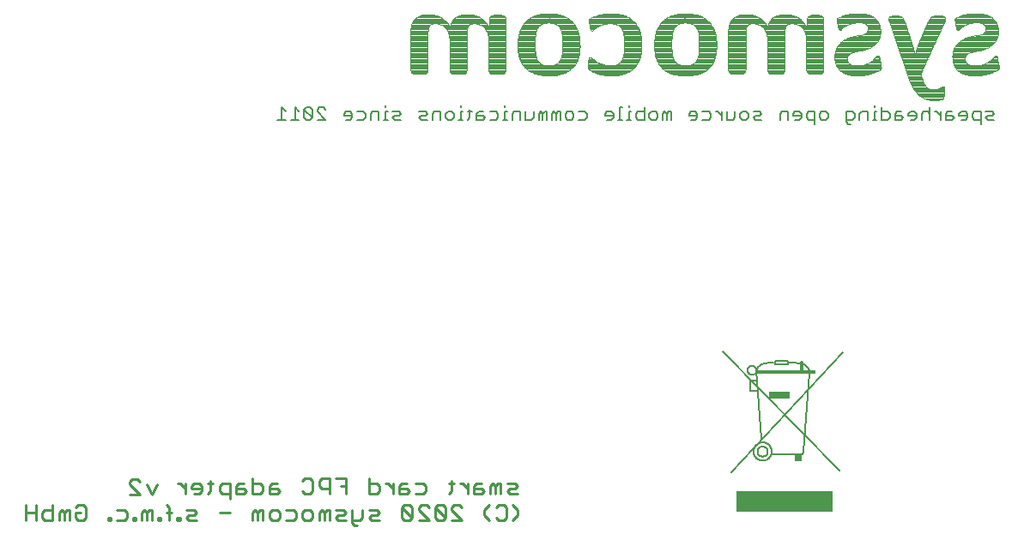
<source format=gbo>
G75*
%MOIN*%
%OFA0B0*%
%FSLAX25Y25*%
%IPPOS*%
%LPD*%
%AMOC8*
5,1,8,0,0,1.08239X$1,22.5*
%
%ADD10C,0.01000*%
%ADD11C,0.00800*%
%ADD12C,0.00787*%
%ADD13R,0.23130X0.01673*%
%ADD14R,0.07972X0.02756*%
%ADD15R,0.02756X0.02657*%
%ADD16R,0.37795X0.07874*%
%ADD17C,0.00394*%
D10*
X0010827Y0007734D02*
X0010827Y0013739D01*
X0014831Y0013739D02*
X0014831Y0007734D01*
X0017273Y0008735D02*
X0017273Y0010737D01*
X0018274Y0011738D01*
X0021276Y0011738D01*
X0021276Y0013739D02*
X0021276Y0007734D01*
X0018274Y0007734D01*
X0017273Y0008735D01*
X0014831Y0010737D02*
X0010827Y0010737D01*
X0023718Y0010737D02*
X0023718Y0007734D01*
X0025720Y0007734D02*
X0025720Y0010737D01*
X0024719Y0011738D01*
X0023718Y0010737D01*
X0025720Y0010737D02*
X0026721Y0011738D01*
X0027722Y0011738D01*
X0027722Y0007734D01*
X0030164Y0008735D02*
X0031165Y0007734D01*
X0033166Y0007734D01*
X0034167Y0008735D01*
X0034167Y0012739D01*
X0033166Y0013739D01*
X0031165Y0013739D01*
X0030164Y0012739D01*
X0030164Y0010737D02*
X0032165Y0010737D01*
X0030164Y0010737D02*
X0030164Y0008735D01*
X0042834Y0008735D02*
X0042834Y0007734D01*
X0043835Y0007734D01*
X0043835Y0008735D01*
X0042834Y0008735D01*
X0046277Y0007734D02*
X0049280Y0007734D01*
X0050281Y0008735D01*
X0050281Y0010737D01*
X0049280Y0011738D01*
X0046277Y0011738D01*
X0052503Y0008735D02*
X0052503Y0007734D01*
X0053504Y0007734D01*
X0053504Y0008735D01*
X0052503Y0008735D01*
X0055946Y0007734D02*
X0055946Y0010737D01*
X0056947Y0011738D01*
X0057947Y0010737D01*
X0057947Y0007734D01*
X0059949Y0007734D02*
X0059949Y0011738D01*
X0058948Y0011738D01*
X0057947Y0010737D01*
X0062171Y0008735D02*
X0062171Y0007734D01*
X0063172Y0007734D01*
X0063172Y0008735D01*
X0062171Y0008735D01*
X0065467Y0010737D02*
X0067469Y0010737D01*
X0066468Y0012739D02*
X0066468Y0007734D01*
X0069691Y0007734D02*
X0069691Y0008735D01*
X0070692Y0008735D01*
X0070692Y0007734D01*
X0069691Y0007734D01*
X0073134Y0008735D02*
X0074134Y0009736D01*
X0076136Y0009736D01*
X0077137Y0010737D01*
X0076136Y0011738D01*
X0073134Y0011738D01*
X0073134Y0008735D02*
X0074134Y0007734D01*
X0077137Y0007734D01*
X0086025Y0010737D02*
X0090028Y0010737D01*
X0098916Y0010737D02*
X0098916Y0007734D01*
X0100917Y0007734D02*
X0100917Y0010737D01*
X0099916Y0011738D01*
X0098916Y0010737D01*
X0100917Y0010737D02*
X0101918Y0011738D01*
X0102919Y0011738D01*
X0102919Y0007734D01*
X0105361Y0008735D02*
X0105361Y0010737D01*
X0106362Y0011738D01*
X0108364Y0011738D01*
X0109365Y0010737D01*
X0109365Y0008735D01*
X0108364Y0007734D01*
X0106362Y0007734D01*
X0105361Y0008735D01*
X0111807Y0007734D02*
X0114809Y0007734D01*
X0115810Y0008735D01*
X0115810Y0010737D01*
X0114809Y0011738D01*
X0111807Y0011738D01*
X0118252Y0010737D02*
X0119253Y0011738D01*
X0121255Y0011738D01*
X0122256Y0010737D01*
X0122256Y0008735D01*
X0121255Y0007734D01*
X0119253Y0007734D01*
X0118252Y0008735D01*
X0118252Y0010737D01*
X0124698Y0010737D02*
X0124698Y0007734D01*
X0126699Y0007734D02*
X0126699Y0010737D01*
X0125698Y0011738D01*
X0124698Y0010737D01*
X0126699Y0010737D02*
X0127700Y0011738D01*
X0128701Y0011738D01*
X0128701Y0007734D01*
X0131143Y0008735D02*
X0132144Y0009736D01*
X0134146Y0009736D01*
X0135147Y0010737D01*
X0134146Y0011738D01*
X0131143Y0011738D01*
X0131143Y0008735D02*
X0132144Y0007734D01*
X0135147Y0007734D01*
X0137589Y0007734D02*
X0140591Y0007734D01*
X0141592Y0008735D01*
X0141592Y0011738D01*
X0144034Y0011738D02*
X0147037Y0011738D01*
X0148038Y0010737D01*
X0147037Y0009736D01*
X0145035Y0009736D01*
X0144034Y0008735D01*
X0145035Y0007734D01*
X0148038Y0007734D01*
X0139590Y0005733D02*
X0138589Y0005733D01*
X0137589Y0006733D01*
X0137589Y0011738D01*
X0135147Y0018234D02*
X0135147Y0024239D01*
X0131143Y0024239D01*
X0128701Y0024239D02*
X0125698Y0024239D01*
X0124698Y0023239D01*
X0124698Y0021237D01*
X0125698Y0020236D01*
X0128701Y0020236D01*
X0128701Y0018234D02*
X0128701Y0024239D01*
X0133145Y0021237D02*
X0135147Y0021237D01*
X0144034Y0022238D02*
X0147037Y0022238D01*
X0148038Y0021237D01*
X0148038Y0019235D01*
X0147037Y0018234D01*
X0144034Y0018234D01*
X0144034Y0024239D01*
X0150406Y0022238D02*
X0151407Y0022238D01*
X0153409Y0020236D01*
X0153409Y0018234D02*
X0153409Y0022238D01*
X0155851Y0021237D02*
X0155851Y0018234D01*
X0158853Y0018234D01*
X0159854Y0019235D01*
X0158853Y0020236D01*
X0155851Y0020236D01*
X0155851Y0021237D02*
X0156852Y0022238D01*
X0158853Y0022238D01*
X0162296Y0022238D02*
X0165299Y0022238D01*
X0166300Y0021237D01*
X0166300Y0019235D01*
X0165299Y0018234D01*
X0162296Y0018234D01*
X0164371Y0013739D02*
X0166373Y0013739D01*
X0167374Y0012739D01*
X0169816Y0012739D02*
X0173820Y0008735D01*
X0172819Y0007734D01*
X0170817Y0007734D01*
X0169816Y0008735D01*
X0169816Y0012739D01*
X0170817Y0013739D01*
X0172819Y0013739D01*
X0173820Y0012739D01*
X0173820Y0008735D01*
X0176262Y0007734D02*
X0180265Y0007734D01*
X0176262Y0011738D01*
X0176262Y0012739D01*
X0177262Y0013739D01*
X0179264Y0013739D01*
X0180265Y0012739D01*
X0189006Y0011738D02*
X0189006Y0009736D01*
X0191008Y0007734D01*
X0193450Y0008735D02*
X0194450Y0007734D01*
X0196452Y0007734D01*
X0197453Y0008735D01*
X0197453Y0012739D01*
X0196452Y0013739D01*
X0194450Y0013739D01*
X0193450Y0012739D01*
X0191008Y0013739D02*
X0189006Y0011738D01*
X0187858Y0018234D02*
X0184856Y0018234D01*
X0184856Y0021237D01*
X0185856Y0022238D01*
X0187858Y0022238D01*
X0187858Y0020236D02*
X0184856Y0020236D01*
X0182414Y0020236D02*
X0180412Y0022238D01*
X0179411Y0022238D01*
X0177042Y0022238D02*
X0175041Y0022238D01*
X0176041Y0023239D02*
X0176041Y0019235D01*
X0175041Y0018234D01*
X0182414Y0018234D02*
X0182414Y0022238D01*
X0187858Y0020236D02*
X0188859Y0019235D01*
X0187858Y0018234D01*
X0191301Y0018234D02*
X0191301Y0021237D01*
X0192302Y0022238D01*
X0193303Y0021237D01*
X0193303Y0018234D01*
X0195305Y0018234D02*
X0195305Y0022238D01*
X0194304Y0022238D01*
X0193303Y0021237D01*
X0197747Y0022238D02*
X0200749Y0022238D01*
X0201750Y0021237D01*
X0200749Y0020236D01*
X0198747Y0020236D01*
X0197747Y0019235D01*
X0198747Y0018234D01*
X0201750Y0018234D01*
X0199748Y0013739D02*
X0201750Y0011738D01*
X0201750Y0009736D01*
X0199748Y0007734D01*
X0167374Y0007734D02*
X0163371Y0011738D01*
X0163371Y0012739D01*
X0164371Y0013739D01*
X0160929Y0012739D02*
X0159928Y0013739D01*
X0157926Y0013739D01*
X0156925Y0012739D01*
X0160929Y0008735D01*
X0159928Y0007734D01*
X0157926Y0007734D01*
X0156925Y0008735D01*
X0156925Y0012739D01*
X0160929Y0012739D02*
X0160929Y0008735D01*
X0163371Y0007734D02*
X0167374Y0007734D01*
X0122256Y0019235D02*
X0121255Y0018234D01*
X0119253Y0018234D01*
X0118252Y0019235D01*
X0122256Y0019235D02*
X0122256Y0023239D01*
X0121255Y0024239D01*
X0119253Y0024239D01*
X0118252Y0023239D01*
X0109365Y0019235D02*
X0108364Y0020236D01*
X0105361Y0020236D01*
X0105361Y0021237D02*
X0105361Y0018234D01*
X0108364Y0018234D01*
X0109365Y0019235D01*
X0106362Y0022238D02*
X0105361Y0021237D01*
X0106362Y0022238D02*
X0108364Y0022238D01*
X0102919Y0021237D02*
X0102919Y0019235D01*
X0101918Y0018234D01*
X0098916Y0018234D01*
X0098916Y0024239D01*
X0098916Y0022238D02*
X0101918Y0022238D01*
X0102919Y0021237D01*
X0096474Y0019235D02*
X0095473Y0020236D01*
X0092470Y0020236D01*
X0092470Y0021237D02*
X0092470Y0018234D01*
X0095473Y0018234D01*
X0096474Y0019235D01*
X0093471Y0022238D02*
X0092470Y0021237D01*
X0093471Y0022238D02*
X0095473Y0022238D01*
X0090028Y0022238D02*
X0087025Y0022238D01*
X0086025Y0021237D01*
X0086025Y0019235D01*
X0087025Y0018234D01*
X0090028Y0018234D01*
X0090028Y0016233D02*
X0090028Y0022238D01*
X0083583Y0022238D02*
X0081581Y0022238D01*
X0082582Y0023239D02*
X0082582Y0019235D01*
X0081581Y0018234D01*
X0079286Y0019235D02*
X0079286Y0021237D01*
X0078285Y0022238D01*
X0076283Y0022238D01*
X0075282Y0021237D01*
X0075282Y0020236D01*
X0079286Y0020236D01*
X0079286Y0019235D02*
X0078285Y0018234D01*
X0076283Y0018234D01*
X0072840Y0018234D02*
X0072840Y0022238D01*
X0072840Y0020236D02*
X0070838Y0022238D01*
X0069838Y0022238D01*
X0061750Y0021738D02*
X0059748Y0017734D01*
X0057747Y0021738D01*
X0055305Y0022739D02*
X0054304Y0023739D01*
X0052302Y0023739D01*
X0051301Y0022739D01*
X0051301Y0021738D01*
X0055305Y0017734D01*
X0051301Y0017734D01*
X0065467Y0013739D02*
X0066468Y0012739D01*
D11*
X0317239Y0162033D02*
X0317239Y0166837D01*
X0314837Y0166837D01*
X0314036Y0166036D01*
X0314036Y0164435D01*
X0314837Y0163634D01*
X0317239Y0163634D01*
X0319192Y0164435D02*
X0319192Y0166036D01*
X0319993Y0166837D01*
X0321594Y0166837D01*
X0322395Y0166036D01*
X0322395Y0164435D01*
X0321594Y0163634D01*
X0319993Y0163634D01*
X0319192Y0164435D01*
X0312082Y0164435D02*
X0312082Y0166036D01*
X0311282Y0166837D01*
X0309680Y0166837D01*
X0308880Y0166036D01*
X0308880Y0165236D01*
X0312082Y0165236D01*
X0312082Y0164435D02*
X0311282Y0163634D01*
X0309680Y0163634D01*
X0306926Y0163634D02*
X0306926Y0166837D01*
X0304524Y0166837D01*
X0303723Y0166036D01*
X0303723Y0163634D01*
X0296613Y0163634D02*
X0294211Y0163634D01*
X0293410Y0164435D01*
X0294211Y0165236D01*
X0295812Y0165236D01*
X0296613Y0166036D01*
X0295812Y0166837D01*
X0293410Y0166837D01*
X0291457Y0166036D02*
X0291457Y0164435D01*
X0290656Y0163634D01*
X0289055Y0163634D01*
X0288254Y0164435D01*
X0288254Y0166036D01*
X0289055Y0166837D01*
X0290656Y0166837D01*
X0291457Y0166036D01*
X0286300Y0166837D02*
X0286300Y0164435D01*
X0285500Y0163634D01*
X0283098Y0163634D01*
X0283098Y0166837D01*
X0281144Y0166837D02*
X0281144Y0163634D01*
X0281144Y0165236D02*
X0279542Y0166837D01*
X0278742Y0166837D01*
X0276847Y0166036D02*
X0276847Y0164435D01*
X0276046Y0163634D01*
X0273644Y0163634D01*
X0271690Y0164435D02*
X0271690Y0166036D01*
X0270890Y0166837D01*
X0269288Y0166837D01*
X0268488Y0166036D01*
X0268488Y0165236D01*
X0271690Y0165236D01*
X0271690Y0164435D02*
X0270890Y0163634D01*
X0269288Y0163634D01*
X0273644Y0166837D02*
X0276046Y0166837D01*
X0276847Y0166036D01*
X0261378Y0166837D02*
X0261378Y0163634D01*
X0259776Y0163634D02*
X0259776Y0166036D01*
X0258976Y0166837D01*
X0258175Y0166036D01*
X0258175Y0163634D01*
X0256221Y0164435D02*
X0256221Y0166036D01*
X0255421Y0166837D01*
X0253819Y0166837D01*
X0253019Y0166036D01*
X0253019Y0164435D01*
X0253819Y0163634D01*
X0255421Y0163634D01*
X0256221Y0164435D01*
X0259776Y0166036D02*
X0260577Y0166837D01*
X0261378Y0166837D01*
X0251065Y0166837D02*
X0248663Y0166837D01*
X0247862Y0166036D01*
X0247862Y0164435D01*
X0248663Y0163634D01*
X0251065Y0163634D01*
X0251065Y0168438D01*
X0245908Y0166837D02*
X0245108Y0166837D01*
X0245108Y0163634D01*
X0245908Y0163634D02*
X0244307Y0163634D01*
X0242471Y0163634D02*
X0240870Y0163634D01*
X0241670Y0163634D02*
X0241670Y0168438D01*
X0242471Y0168438D01*
X0245108Y0168438D02*
X0245108Y0169239D01*
X0239033Y0166036D02*
X0238233Y0166837D01*
X0236631Y0166837D01*
X0235831Y0166036D01*
X0235831Y0165236D01*
X0239033Y0165236D01*
X0239033Y0166036D02*
X0239033Y0164435D01*
X0238233Y0163634D01*
X0236631Y0163634D01*
X0228720Y0164435D02*
X0227920Y0163634D01*
X0225518Y0163634D01*
X0223564Y0164435D02*
X0222763Y0163634D01*
X0221162Y0163634D01*
X0220361Y0164435D01*
X0220361Y0166036D01*
X0221162Y0166837D01*
X0222763Y0166837D01*
X0223564Y0166036D01*
X0223564Y0164435D01*
X0225518Y0166837D02*
X0227920Y0166837D01*
X0228720Y0166036D01*
X0228720Y0164435D01*
X0218408Y0163634D02*
X0218408Y0166837D01*
X0217607Y0166837D01*
X0216806Y0166036D01*
X0216006Y0166837D01*
X0215205Y0166036D01*
X0215205Y0163634D01*
X0216806Y0163634D02*
X0216806Y0166036D01*
X0213251Y0166837D02*
X0213251Y0163634D01*
X0211650Y0163634D02*
X0211650Y0166036D01*
X0210849Y0166837D01*
X0210049Y0166036D01*
X0210049Y0163634D01*
X0208095Y0164435D02*
X0208095Y0166837D01*
X0208095Y0164435D02*
X0207294Y0163634D01*
X0204892Y0163634D01*
X0204892Y0166837D01*
X0202938Y0166837D02*
X0200536Y0166837D01*
X0199736Y0166036D01*
X0199736Y0163634D01*
X0197782Y0163634D02*
X0196181Y0163634D01*
X0196981Y0163634D02*
X0196981Y0166837D01*
X0197782Y0166837D01*
X0196981Y0168438D02*
X0196981Y0169239D01*
X0194344Y0166036D02*
X0193544Y0166837D01*
X0191142Y0166837D01*
X0188387Y0166837D02*
X0186786Y0166837D01*
X0185985Y0166036D01*
X0185985Y0163634D01*
X0188387Y0163634D01*
X0189188Y0164435D01*
X0188387Y0165236D01*
X0185985Y0165236D01*
X0184032Y0166837D02*
X0182430Y0166837D01*
X0183231Y0167638D02*
X0183231Y0164435D01*
X0182430Y0163634D01*
X0180594Y0163634D02*
X0178993Y0163634D01*
X0179793Y0163634D02*
X0179793Y0166837D01*
X0180594Y0166837D01*
X0179793Y0168438D02*
X0179793Y0169239D01*
X0177156Y0166036D02*
X0177156Y0164435D01*
X0176356Y0163634D01*
X0174754Y0163634D01*
X0173954Y0164435D01*
X0173954Y0166036D01*
X0174754Y0166837D01*
X0176356Y0166837D01*
X0177156Y0166036D01*
X0172000Y0166837D02*
X0172000Y0163634D01*
X0168797Y0163634D02*
X0168797Y0166036D01*
X0169598Y0166837D01*
X0172000Y0166837D01*
X0166844Y0166036D02*
X0166043Y0166837D01*
X0163641Y0166837D01*
X0164442Y0165236D02*
X0166043Y0165236D01*
X0166844Y0166036D01*
X0166844Y0163634D02*
X0164442Y0163634D01*
X0163641Y0164435D01*
X0164442Y0165236D01*
X0156531Y0166036D02*
X0155730Y0165236D01*
X0154129Y0165236D01*
X0153328Y0164435D01*
X0154129Y0163634D01*
X0156531Y0163634D01*
X0156531Y0166036D02*
X0155730Y0166837D01*
X0153328Y0166837D01*
X0151375Y0166837D02*
X0150574Y0166837D01*
X0150574Y0163634D01*
X0151375Y0163634D02*
X0149773Y0163634D01*
X0147937Y0163634D02*
X0147937Y0166837D01*
X0145535Y0166837D01*
X0144734Y0166036D01*
X0144734Y0163634D01*
X0142781Y0164435D02*
X0141980Y0163634D01*
X0139578Y0163634D01*
X0137624Y0164435D02*
X0137624Y0166036D01*
X0136823Y0166837D01*
X0135222Y0166837D01*
X0134421Y0166036D01*
X0134421Y0165236D01*
X0137624Y0165236D01*
X0137624Y0164435D02*
X0136823Y0163634D01*
X0135222Y0163634D01*
X0139578Y0166837D02*
X0141980Y0166837D01*
X0142781Y0166036D01*
X0142781Y0164435D01*
X0150574Y0168438D02*
X0150574Y0169239D01*
X0127311Y0167638D02*
X0126511Y0168438D01*
X0124909Y0168438D01*
X0124109Y0167638D01*
X0124109Y0166837D01*
X0127311Y0163634D01*
X0124109Y0163634D01*
X0122155Y0164435D02*
X0118952Y0167638D01*
X0118952Y0164435D01*
X0119753Y0163634D01*
X0121354Y0163634D01*
X0122155Y0164435D01*
X0122155Y0167638D01*
X0121354Y0168438D01*
X0119753Y0168438D01*
X0118952Y0167638D01*
X0116999Y0166837D02*
X0115397Y0168438D01*
X0115397Y0163634D01*
X0113796Y0163634D02*
X0116999Y0163634D01*
X0111842Y0163634D02*
X0108639Y0163634D01*
X0110241Y0163634D02*
X0110241Y0168438D01*
X0111842Y0166837D01*
X0191142Y0163634D02*
X0193544Y0163634D01*
X0194344Y0164435D01*
X0194344Y0166036D01*
X0202938Y0166837D02*
X0202938Y0163634D01*
X0211650Y0166036D02*
X0212451Y0166837D01*
X0213251Y0166837D01*
X0329505Y0166837D02*
X0329505Y0162834D01*
X0330306Y0162033D01*
X0331106Y0162033D01*
X0331907Y0163634D02*
X0329505Y0163634D01*
X0331907Y0163634D02*
X0332708Y0164435D01*
X0332708Y0166036D01*
X0331907Y0166837D01*
X0329505Y0166837D01*
X0334661Y0166036D02*
X0334661Y0163634D01*
X0334661Y0166036D02*
X0335462Y0166837D01*
X0337864Y0166837D01*
X0337864Y0163634D01*
X0339700Y0163634D02*
X0341302Y0163634D01*
X0340501Y0163634D02*
X0340501Y0166837D01*
X0341302Y0166837D01*
X0340501Y0168438D02*
X0340501Y0169239D01*
X0343255Y0168438D02*
X0343255Y0163634D01*
X0345658Y0163634D01*
X0346458Y0164435D01*
X0346458Y0166036D01*
X0345658Y0166837D01*
X0343255Y0166837D01*
X0348412Y0166036D02*
X0348412Y0163634D01*
X0350814Y0163634D01*
X0351615Y0164435D01*
X0350814Y0165236D01*
X0348412Y0165236D01*
X0348412Y0166036D02*
X0349213Y0166837D01*
X0350814Y0166837D01*
X0353568Y0166036D02*
X0353568Y0165236D01*
X0356771Y0165236D01*
X0356771Y0166036D02*
X0356771Y0164435D01*
X0355970Y0163634D01*
X0354369Y0163634D01*
X0353568Y0166036D02*
X0354369Y0166837D01*
X0355970Y0166837D01*
X0356771Y0166036D01*
X0358725Y0166036D02*
X0358725Y0163634D01*
X0358725Y0166036D02*
X0359525Y0166837D01*
X0361127Y0166837D01*
X0361927Y0166036D01*
X0363822Y0166837D02*
X0364623Y0166837D01*
X0366224Y0165236D01*
X0366224Y0166837D02*
X0366224Y0163634D01*
X0368178Y0163634D02*
X0370580Y0163634D01*
X0371381Y0164435D01*
X0370580Y0165236D01*
X0368178Y0165236D01*
X0368178Y0166036D02*
X0368178Y0163634D01*
X0368178Y0166036D02*
X0368979Y0166837D01*
X0370580Y0166837D01*
X0373334Y0166036D02*
X0373334Y0165236D01*
X0376537Y0165236D01*
X0376537Y0166036D02*
X0376537Y0164435D01*
X0375737Y0163634D01*
X0374135Y0163634D01*
X0373334Y0166036D02*
X0374135Y0166837D01*
X0375737Y0166837D01*
X0376537Y0166036D01*
X0378491Y0166036D02*
X0378491Y0164435D01*
X0379292Y0163634D01*
X0381694Y0163634D01*
X0381694Y0162033D02*
X0381694Y0166837D01*
X0379292Y0166837D01*
X0378491Y0166036D01*
X0383647Y0166837D02*
X0386049Y0166837D01*
X0386850Y0166036D01*
X0386049Y0165236D01*
X0384448Y0165236D01*
X0383647Y0164435D01*
X0384448Y0163634D01*
X0386850Y0163634D01*
X0361927Y0163634D02*
X0361927Y0168438D01*
D12*
X0328116Y0073179D02*
X0284809Y0026722D01*
X0295045Y0034695D02*
X0295047Y0034783D01*
X0295053Y0034871D01*
X0295063Y0034959D01*
X0295077Y0035047D01*
X0295094Y0035133D01*
X0295116Y0035219D01*
X0295141Y0035303D01*
X0295171Y0035387D01*
X0295203Y0035469D01*
X0295240Y0035549D01*
X0295280Y0035628D01*
X0295324Y0035705D01*
X0295371Y0035780D01*
X0295421Y0035852D01*
X0295475Y0035923D01*
X0295531Y0035990D01*
X0295591Y0036056D01*
X0295653Y0036118D01*
X0295719Y0036178D01*
X0295786Y0036234D01*
X0295857Y0036288D01*
X0295929Y0036338D01*
X0296004Y0036385D01*
X0296081Y0036429D01*
X0296160Y0036469D01*
X0296240Y0036506D01*
X0296322Y0036538D01*
X0296406Y0036568D01*
X0296490Y0036593D01*
X0296576Y0036615D01*
X0296662Y0036632D01*
X0296750Y0036646D01*
X0296838Y0036656D01*
X0296926Y0036662D01*
X0297014Y0036664D01*
X0297102Y0036662D01*
X0297190Y0036656D01*
X0297278Y0036646D01*
X0297366Y0036632D01*
X0297452Y0036615D01*
X0297538Y0036593D01*
X0297622Y0036568D01*
X0297706Y0036538D01*
X0297788Y0036506D01*
X0297868Y0036469D01*
X0297947Y0036429D01*
X0298024Y0036385D01*
X0298099Y0036338D01*
X0298171Y0036288D01*
X0298242Y0036234D01*
X0298309Y0036178D01*
X0298375Y0036118D01*
X0298437Y0036056D01*
X0298497Y0035990D01*
X0298553Y0035923D01*
X0298607Y0035852D01*
X0298657Y0035780D01*
X0298704Y0035705D01*
X0298748Y0035628D01*
X0298788Y0035549D01*
X0298825Y0035469D01*
X0298857Y0035387D01*
X0298887Y0035303D01*
X0298912Y0035219D01*
X0298934Y0035133D01*
X0298951Y0035047D01*
X0298965Y0034959D01*
X0298975Y0034871D01*
X0298981Y0034783D01*
X0298983Y0034695D01*
X0298981Y0034607D01*
X0298975Y0034519D01*
X0298965Y0034431D01*
X0298951Y0034343D01*
X0298934Y0034257D01*
X0298912Y0034171D01*
X0298887Y0034087D01*
X0298857Y0034003D01*
X0298825Y0033921D01*
X0298788Y0033841D01*
X0298748Y0033762D01*
X0298704Y0033685D01*
X0298657Y0033610D01*
X0298607Y0033538D01*
X0298553Y0033467D01*
X0298497Y0033400D01*
X0298437Y0033334D01*
X0298375Y0033272D01*
X0298309Y0033212D01*
X0298242Y0033156D01*
X0298171Y0033102D01*
X0298099Y0033052D01*
X0298024Y0033005D01*
X0297947Y0032961D01*
X0297868Y0032921D01*
X0297788Y0032884D01*
X0297706Y0032852D01*
X0297622Y0032822D01*
X0297538Y0032797D01*
X0297452Y0032775D01*
X0297366Y0032758D01*
X0297278Y0032744D01*
X0297190Y0032734D01*
X0297102Y0032728D01*
X0297014Y0032726D01*
X0296926Y0032728D01*
X0296838Y0032734D01*
X0296750Y0032744D01*
X0296662Y0032758D01*
X0296576Y0032775D01*
X0296490Y0032797D01*
X0296406Y0032822D01*
X0296322Y0032852D01*
X0296240Y0032884D01*
X0296160Y0032921D01*
X0296081Y0032961D01*
X0296004Y0033005D01*
X0295929Y0033052D01*
X0295857Y0033102D01*
X0295786Y0033156D01*
X0295719Y0033212D01*
X0295653Y0033272D01*
X0295591Y0033334D01*
X0295531Y0033400D01*
X0295475Y0033467D01*
X0295421Y0033538D01*
X0295371Y0033610D01*
X0295324Y0033685D01*
X0295280Y0033762D01*
X0295240Y0033841D01*
X0295203Y0033921D01*
X0295171Y0034003D01*
X0295141Y0034087D01*
X0295116Y0034171D01*
X0295094Y0034257D01*
X0295077Y0034343D01*
X0295063Y0034431D01*
X0295053Y0034519D01*
X0295047Y0034607D01*
X0295045Y0034695D01*
X0293466Y0034695D02*
X0293468Y0034814D01*
X0293474Y0034932D01*
X0293484Y0035050D01*
X0293498Y0035168D01*
X0293515Y0035285D01*
X0293537Y0035402D01*
X0293563Y0035517D01*
X0293592Y0035632D01*
X0293625Y0035746D01*
X0293662Y0035859D01*
X0293703Y0035970D01*
X0293748Y0036080D01*
X0293796Y0036188D01*
X0293847Y0036295D01*
X0293903Y0036400D01*
X0293961Y0036503D01*
X0294023Y0036604D01*
X0294089Y0036703D01*
X0294158Y0036800D01*
X0294230Y0036894D01*
X0294305Y0036986D01*
X0294383Y0037075D01*
X0294464Y0037162D01*
X0294547Y0037245D01*
X0294634Y0037326D01*
X0294723Y0037404D01*
X0294815Y0037479D01*
X0294909Y0037551D01*
X0295006Y0037620D01*
X0295105Y0037686D01*
X0295206Y0037748D01*
X0295309Y0037806D01*
X0295414Y0037862D01*
X0295521Y0037913D01*
X0295629Y0037961D01*
X0295739Y0038006D01*
X0295850Y0038047D01*
X0295963Y0038084D01*
X0296077Y0038117D01*
X0296192Y0038146D01*
X0296307Y0038172D01*
X0296424Y0038194D01*
X0296541Y0038211D01*
X0296659Y0038225D01*
X0296777Y0038235D01*
X0296895Y0038241D01*
X0297014Y0038243D01*
X0297133Y0038241D01*
X0297251Y0038235D01*
X0297369Y0038225D01*
X0297487Y0038211D01*
X0297604Y0038194D01*
X0297721Y0038172D01*
X0297836Y0038146D01*
X0297951Y0038117D01*
X0298065Y0038084D01*
X0298178Y0038047D01*
X0298289Y0038006D01*
X0298399Y0037961D01*
X0298507Y0037913D01*
X0298614Y0037862D01*
X0298719Y0037806D01*
X0298822Y0037748D01*
X0298923Y0037686D01*
X0299022Y0037620D01*
X0299119Y0037551D01*
X0299213Y0037479D01*
X0299305Y0037404D01*
X0299394Y0037326D01*
X0299481Y0037245D01*
X0299564Y0037162D01*
X0299645Y0037075D01*
X0299723Y0036986D01*
X0299798Y0036894D01*
X0299870Y0036800D01*
X0299939Y0036703D01*
X0300005Y0036604D01*
X0300067Y0036503D01*
X0300125Y0036400D01*
X0300181Y0036295D01*
X0300232Y0036188D01*
X0300280Y0036080D01*
X0300325Y0035970D01*
X0300366Y0035859D01*
X0300403Y0035746D01*
X0300436Y0035632D01*
X0300465Y0035517D01*
X0300491Y0035402D01*
X0300513Y0035285D01*
X0300530Y0035168D01*
X0300544Y0035050D01*
X0300554Y0034932D01*
X0300560Y0034814D01*
X0300562Y0034695D01*
X0300560Y0034576D01*
X0300554Y0034458D01*
X0300544Y0034340D01*
X0300530Y0034222D01*
X0300513Y0034105D01*
X0300491Y0033988D01*
X0300465Y0033873D01*
X0300436Y0033758D01*
X0300403Y0033644D01*
X0300366Y0033531D01*
X0300325Y0033420D01*
X0300280Y0033310D01*
X0300232Y0033202D01*
X0300181Y0033095D01*
X0300125Y0032990D01*
X0300067Y0032887D01*
X0300005Y0032786D01*
X0299939Y0032687D01*
X0299870Y0032590D01*
X0299798Y0032496D01*
X0299723Y0032404D01*
X0299645Y0032315D01*
X0299564Y0032228D01*
X0299481Y0032145D01*
X0299394Y0032064D01*
X0299305Y0031986D01*
X0299213Y0031911D01*
X0299119Y0031839D01*
X0299022Y0031770D01*
X0298923Y0031704D01*
X0298822Y0031642D01*
X0298719Y0031584D01*
X0298614Y0031528D01*
X0298507Y0031477D01*
X0298399Y0031429D01*
X0298289Y0031384D01*
X0298178Y0031343D01*
X0298065Y0031306D01*
X0297951Y0031273D01*
X0297836Y0031244D01*
X0297721Y0031218D01*
X0297604Y0031196D01*
X0297487Y0031179D01*
X0297369Y0031165D01*
X0297251Y0031155D01*
X0297133Y0031149D01*
X0297014Y0031147D01*
X0296895Y0031149D01*
X0296777Y0031155D01*
X0296659Y0031165D01*
X0296541Y0031179D01*
X0296424Y0031196D01*
X0296307Y0031218D01*
X0296192Y0031244D01*
X0296077Y0031273D01*
X0295963Y0031306D01*
X0295850Y0031343D01*
X0295739Y0031384D01*
X0295629Y0031429D01*
X0295521Y0031477D01*
X0295414Y0031528D01*
X0295309Y0031584D01*
X0295206Y0031642D01*
X0295105Y0031704D01*
X0295006Y0031770D01*
X0294909Y0031839D01*
X0294815Y0031911D01*
X0294723Y0031986D01*
X0294634Y0032064D01*
X0294547Y0032145D01*
X0294464Y0032228D01*
X0294383Y0032315D01*
X0294305Y0032404D01*
X0294230Y0032496D01*
X0294158Y0032590D01*
X0294089Y0032687D01*
X0294023Y0032786D01*
X0293961Y0032887D01*
X0293903Y0032990D01*
X0293847Y0033095D01*
X0293796Y0033202D01*
X0293748Y0033310D01*
X0293703Y0033420D01*
X0293662Y0033531D01*
X0293625Y0033644D01*
X0293592Y0033758D01*
X0293563Y0033873D01*
X0293537Y0033988D01*
X0293515Y0034105D01*
X0293498Y0034222D01*
X0293484Y0034340D01*
X0293474Y0034458D01*
X0293468Y0034576D01*
X0293466Y0034695D01*
X0296620Y0039715D02*
X0294652Y0066093D01*
X0291108Y0066289D02*
X0291110Y0066373D01*
X0291116Y0066456D01*
X0291126Y0066539D01*
X0291140Y0066622D01*
X0291157Y0066704D01*
X0291179Y0066785D01*
X0291204Y0066864D01*
X0291233Y0066943D01*
X0291266Y0067020D01*
X0291302Y0067095D01*
X0291342Y0067169D01*
X0291385Y0067241D01*
X0291432Y0067310D01*
X0291482Y0067377D01*
X0291535Y0067442D01*
X0291591Y0067504D01*
X0291649Y0067564D01*
X0291711Y0067621D01*
X0291775Y0067674D01*
X0291842Y0067725D01*
X0291911Y0067772D01*
X0291982Y0067817D01*
X0292055Y0067857D01*
X0292130Y0067894D01*
X0292207Y0067928D01*
X0292285Y0067958D01*
X0292364Y0067984D01*
X0292445Y0068007D01*
X0292527Y0068025D01*
X0292609Y0068040D01*
X0292692Y0068051D01*
X0292775Y0068058D01*
X0292859Y0068061D01*
X0292943Y0068060D01*
X0293026Y0068055D01*
X0293110Y0068046D01*
X0293192Y0068033D01*
X0293274Y0068017D01*
X0293355Y0067996D01*
X0293436Y0067972D01*
X0293514Y0067944D01*
X0293592Y0067912D01*
X0293668Y0067876D01*
X0293742Y0067837D01*
X0293814Y0067795D01*
X0293884Y0067749D01*
X0293952Y0067700D01*
X0294017Y0067648D01*
X0294080Y0067593D01*
X0294140Y0067535D01*
X0294198Y0067474D01*
X0294252Y0067410D01*
X0294304Y0067344D01*
X0294352Y0067276D01*
X0294397Y0067205D01*
X0294438Y0067132D01*
X0294477Y0067058D01*
X0294511Y0066982D01*
X0294542Y0066904D01*
X0294569Y0066825D01*
X0294593Y0066744D01*
X0294612Y0066663D01*
X0294628Y0066581D01*
X0294640Y0066498D01*
X0294648Y0066414D01*
X0294652Y0066331D01*
X0294652Y0066247D01*
X0294648Y0066164D01*
X0294640Y0066080D01*
X0294628Y0065997D01*
X0294612Y0065915D01*
X0294593Y0065834D01*
X0294569Y0065753D01*
X0294542Y0065674D01*
X0294511Y0065596D01*
X0294477Y0065520D01*
X0294438Y0065446D01*
X0294397Y0065373D01*
X0294352Y0065302D01*
X0294304Y0065234D01*
X0294252Y0065168D01*
X0294198Y0065104D01*
X0294140Y0065043D01*
X0294080Y0064985D01*
X0294017Y0064930D01*
X0293952Y0064878D01*
X0293884Y0064829D01*
X0293814Y0064783D01*
X0293742Y0064741D01*
X0293668Y0064702D01*
X0293592Y0064666D01*
X0293514Y0064634D01*
X0293436Y0064606D01*
X0293355Y0064582D01*
X0293274Y0064561D01*
X0293192Y0064545D01*
X0293110Y0064532D01*
X0293026Y0064523D01*
X0292943Y0064518D01*
X0292859Y0064517D01*
X0292775Y0064520D01*
X0292692Y0064527D01*
X0292609Y0064538D01*
X0292527Y0064553D01*
X0292445Y0064571D01*
X0292364Y0064594D01*
X0292285Y0064620D01*
X0292207Y0064650D01*
X0292130Y0064684D01*
X0292055Y0064721D01*
X0291982Y0064761D01*
X0291911Y0064806D01*
X0291842Y0064853D01*
X0291775Y0064904D01*
X0291711Y0064957D01*
X0291649Y0065014D01*
X0291591Y0065074D01*
X0291535Y0065136D01*
X0291482Y0065201D01*
X0291432Y0065268D01*
X0291385Y0065337D01*
X0291342Y0065409D01*
X0291302Y0065483D01*
X0291266Y0065558D01*
X0291233Y0065635D01*
X0291204Y0065714D01*
X0291179Y0065793D01*
X0291157Y0065874D01*
X0291140Y0065956D01*
X0291126Y0066039D01*
X0291116Y0066122D01*
X0291110Y0066205D01*
X0291108Y0066289D01*
X0294652Y0066093D02*
X0294656Y0066183D01*
X0294664Y0066273D01*
X0294676Y0066362D01*
X0294692Y0066451D01*
X0294711Y0066539D01*
X0294734Y0066626D01*
X0294761Y0066712D01*
X0294791Y0066797D01*
X0294825Y0066881D01*
X0294863Y0066963D01*
X0294903Y0067043D01*
X0294947Y0067122D01*
X0294995Y0067199D01*
X0295045Y0067274D01*
X0295117Y0067371D01*
X0295191Y0067467D01*
X0295268Y0067560D01*
X0295348Y0067650D01*
X0295431Y0067739D01*
X0295517Y0067824D01*
X0295605Y0067907D01*
X0295695Y0067988D01*
X0295788Y0068065D01*
X0295883Y0068140D01*
X0295981Y0068211D01*
X0296080Y0068280D01*
X0296182Y0068345D01*
X0296286Y0068408D01*
X0296391Y0068467D01*
X0296498Y0068523D01*
X0296607Y0068576D01*
X0296718Y0068625D01*
X0296830Y0068671D01*
X0296943Y0068714D01*
X0297058Y0068753D01*
X0297173Y0068788D01*
X0297290Y0068820D01*
X0297407Y0068848D01*
X0300951Y0069242D02*
X0301344Y0069242D01*
X0301738Y0068455D02*
X0301738Y0070030D01*
X0306856Y0070030D01*
X0306856Y0069242D01*
X0306856Y0068455D01*
X0301738Y0068455D01*
X0311778Y0069242D02*
X0311974Y0065699D01*
X0312368Y0065699D01*
X0312565Y0069242D01*
X0312567Y0069281D01*
X0312565Y0069321D01*
X0312560Y0069359D01*
X0312551Y0069397D01*
X0312538Y0069434D01*
X0312522Y0069470D01*
X0312502Y0069504D01*
X0312479Y0069535D01*
X0312453Y0069564D01*
X0312424Y0069591D01*
X0312392Y0069614D01*
X0312359Y0069635D01*
X0312324Y0069651D01*
X0312287Y0069665D01*
X0312249Y0069674D01*
X0312210Y0069680D01*
X0312171Y0069682D01*
X0312132Y0069680D01*
X0312093Y0069674D01*
X0312055Y0069665D01*
X0312018Y0069651D01*
X0311983Y0069635D01*
X0311950Y0069614D01*
X0311918Y0069591D01*
X0311889Y0069564D01*
X0311863Y0069535D01*
X0311840Y0069504D01*
X0311820Y0069470D01*
X0311804Y0069434D01*
X0311791Y0069397D01*
X0311782Y0069359D01*
X0311777Y0069321D01*
X0311775Y0069281D01*
X0311777Y0069242D01*
X0313943Y0068061D02*
X0314026Y0067997D01*
X0314107Y0067929D01*
X0314185Y0067859D01*
X0314261Y0067785D01*
X0314334Y0067710D01*
X0314404Y0067631D01*
X0314472Y0067550D01*
X0314536Y0067467D01*
X0314598Y0067382D01*
X0314656Y0067294D01*
X0314711Y0067205D01*
X0314763Y0067113D01*
X0314812Y0067020D01*
X0314858Y0066925D01*
X0314900Y0066828D01*
X0314938Y0066730D01*
X0314973Y0066631D01*
X0315005Y0066530D01*
X0315032Y0066429D01*
X0315057Y0066326D01*
X0315077Y0066223D01*
X0315094Y0066119D01*
X0315107Y0066014D01*
X0315116Y0065909D01*
X0315122Y0065804D01*
X0315124Y0065699D01*
X0315124Y0064911D01*
X0312762Y0034596D01*
X0312760Y0034530D01*
X0312755Y0034464D01*
X0312745Y0034398D01*
X0312732Y0034333D01*
X0312716Y0034269D01*
X0312696Y0034206D01*
X0312672Y0034144D01*
X0312645Y0034084D01*
X0312615Y0034025D01*
X0312581Y0033968D01*
X0312544Y0033913D01*
X0312504Y0033860D01*
X0312462Y0033809D01*
X0312416Y0033761D01*
X0312368Y0033715D01*
X0312317Y0033673D01*
X0312264Y0033633D01*
X0312209Y0033596D01*
X0312152Y0033562D01*
X0312093Y0033532D01*
X0312033Y0033505D01*
X0311971Y0033481D01*
X0311908Y0033461D01*
X0311844Y0033445D01*
X0311779Y0033432D01*
X0311713Y0033422D01*
X0311647Y0033417D01*
X0311581Y0033415D01*
X0300951Y0033415D01*
X0326935Y0027116D02*
X0281659Y0073573D01*
X0292289Y0062254D02*
X0294553Y0062254D01*
X0292289Y0062254D02*
X0292289Y0058219D01*
X0294750Y0058219D01*
X0297408Y0068848D02*
X0297757Y0068923D01*
X0298108Y0068990D01*
X0298460Y0069049D01*
X0298814Y0069100D01*
X0299168Y0069143D01*
X0299524Y0069179D01*
X0299880Y0069206D01*
X0300237Y0069226D01*
X0300594Y0069238D01*
X0300951Y0069242D01*
X0311974Y0068848D02*
X0312099Y0068831D01*
X0312223Y0068811D01*
X0312347Y0068786D01*
X0312470Y0068758D01*
X0312592Y0068726D01*
X0312713Y0068690D01*
X0312833Y0068651D01*
X0312951Y0068607D01*
X0313069Y0068561D01*
X0313184Y0068510D01*
X0313298Y0068456D01*
X0313410Y0068399D01*
X0313521Y0068338D01*
X0313629Y0068273D01*
X0313736Y0068206D01*
X0313840Y0068135D01*
X0313942Y0068061D01*
X0311975Y0068848D02*
X0310698Y0068986D01*
X0309419Y0069097D01*
X0308139Y0069183D01*
X0306856Y0069242D01*
D13*
X0306118Y0065453D03*
D14*
X0303461Y0056644D03*
D15*
X0310990Y0032087D03*
D16*
X0305675Y0015305D03*
D17*
X0360184Y0171779D02*
X0360577Y0171642D01*
X0360977Y0171524D01*
X0361382Y0171427D01*
X0361791Y0171350D01*
X0362203Y0171293D01*
X0362618Y0171256D01*
X0363034Y0171237D01*
X0363451Y0171236D01*
X0363867Y0171247D01*
X0364491Y0171280D01*
X0364906Y0171312D01*
X0365526Y0171381D01*
X0365938Y0171446D01*
X0366345Y0171532D01*
X0366546Y0171587D01*
X0366743Y0171654D01*
X0366933Y0171739D01*
X0367106Y0171854D01*
X0367213Y0172027D01*
X0367255Y0172231D01*
X0367317Y0172643D01*
X0367392Y0173263D01*
X0367458Y0173884D01*
X0367535Y0174713D01*
X0367602Y0175543D01*
X0367623Y0175959D01*
X0367603Y0176166D01*
X0367537Y0176363D01*
X0367413Y0176529D01*
X0367239Y0176642D01*
X0367038Y0176692D01*
X0366832Y0176675D01*
X0366642Y0176590D01*
X0366107Y0176268D01*
X0365740Y0176071D01*
X0365361Y0175898D01*
X0365168Y0175822D01*
X0364773Y0175689D01*
X0364370Y0175585D01*
X0363960Y0175511D01*
X0363754Y0175485D01*
X0363546Y0175467D01*
X0363130Y0175454D01*
X0362922Y0175460D01*
X0362715Y0175475D01*
X0362508Y0175501D01*
X0362303Y0175538D01*
X0362101Y0175586D01*
X0361901Y0175646D01*
X0361706Y0175719D01*
X0361516Y0175803D01*
X0361331Y0175900D01*
X0361153Y0176008D01*
X0360983Y0176127D01*
X0360820Y0176256D01*
X0360665Y0176395D01*
X0360518Y0176543D01*
X0360378Y0176698D01*
X0360247Y0176859D01*
X0360123Y0177027D01*
X0360007Y0177199D01*
X0359793Y0177556D01*
X0359602Y0177926D01*
X0359430Y0178306D01*
X0359273Y0178691D01*
X0359125Y0179080D01*
X0359053Y0179276D01*
X0358810Y0180072D01*
X0358680Y0180468D01*
X0358400Y0181252D01*
X0358356Y0181446D01*
X0367741Y0202109D01*
X0367891Y0202498D01*
X0367949Y0202698D01*
X0367970Y0202904D01*
X0367953Y0203111D01*
X0367907Y0203314D01*
X0367826Y0203506D01*
X0367709Y0203677D01*
X0367558Y0203820D01*
X0367382Y0203931D01*
X0367191Y0204014D01*
X0366991Y0204071D01*
X0366786Y0204109D01*
X0366579Y0204132D01*
X0366163Y0204147D01*
X0364706Y0204147D01*
X0364290Y0204138D01*
X0364082Y0204125D01*
X0363668Y0204078D01*
X0363463Y0204040D01*
X0363261Y0203990D01*
X0363063Y0203926D01*
X0362871Y0203846D01*
X0362687Y0203749D01*
X0362514Y0203634D01*
X0362351Y0203504D01*
X0362201Y0203360D01*
X0362062Y0203205D01*
X0361933Y0203041D01*
X0361813Y0202871D01*
X0361701Y0202696D01*
X0361493Y0202335D01*
X0361210Y0201778D01*
X0360945Y0201213D01*
X0359924Y0198932D01*
X0359084Y0197027D01*
X0358427Y0195497D01*
X0357870Y0194150D01*
X0357487Y0193182D01*
X0357192Y0192403D01*
X0356913Y0191618D01*
X0356715Y0191026D01*
X0356531Y0190429D01*
X0356366Y0189827D01*
X0356225Y0189218D01*
X0356151Y0188808D01*
X0356122Y0188602D01*
X0356055Y0188476D01*
X0356010Y0188890D01*
X0355908Y0189506D01*
X0355782Y0190118D01*
X0355641Y0190726D01*
X0355436Y0191534D01*
X0355217Y0192337D01*
X0354928Y0193337D01*
X0354627Y0194334D01*
X0354253Y0195526D01*
X0353802Y0196912D01*
X0353338Y0198293D01*
X0352793Y0199867D01*
X0352234Y0201436D01*
X0351799Y0202608D01*
X0351644Y0202994D01*
X0351526Y0203165D01*
X0351395Y0203327D01*
X0351251Y0203477D01*
X0351094Y0203613D01*
X0350925Y0203735D01*
X0350745Y0203840D01*
X0350556Y0203928D01*
X0350361Y0203999D01*
X0350160Y0204054D01*
X0349955Y0204093D01*
X0349749Y0204121D01*
X0349333Y0204145D01*
X0347876Y0204147D01*
X0347460Y0204137D01*
X0347252Y0204118D01*
X0347047Y0204086D01*
X0346845Y0204037D01*
X0346649Y0203967D01*
X0346464Y0203871D01*
X0346297Y0203747D01*
X0346157Y0203593D01*
X0346051Y0203415D01*
X0345980Y0203219D01*
X0345941Y0203015D01*
X0345929Y0202807D01*
X0345937Y0202599D01*
X0345976Y0202395D01*
X0346038Y0202196D01*
X0346181Y0201805D01*
X0354306Y0178178D01*
X0354378Y0177983D01*
X0354535Y0177597D01*
X0354706Y0177217D01*
X0354890Y0176844D01*
X0355085Y0176476D01*
X0355293Y0176115D01*
X0355512Y0175761D01*
X0355742Y0175414D01*
X0355985Y0175075D01*
X0356239Y0174745D01*
X0356504Y0174425D01*
X0356782Y0174114D01*
X0357071Y0173815D01*
X0357373Y0173528D01*
X0357686Y0173254D01*
X0358011Y0172993D01*
X0358348Y0172748D01*
X0358695Y0172519D01*
X0359053Y0172306D01*
X0359236Y0172207D01*
X0359609Y0172021D01*
X0359990Y0171855D01*
X0360184Y0171779D01*
X0360496Y0171670D02*
X0366779Y0171670D01*
X0367220Y0172062D02*
X0359527Y0172062D01*
X0358804Y0172454D02*
X0367289Y0172454D01*
X0367342Y0172847D02*
X0358213Y0172847D01*
X0357705Y0173239D02*
X0367389Y0173239D01*
X0367431Y0173631D02*
X0357265Y0173631D01*
X0356870Y0174023D02*
X0367471Y0174023D01*
X0367507Y0174415D02*
X0356513Y0174415D01*
X0356191Y0174808D02*
X0367543Y0174808D01*
X0367574Y0175200D02*
X0355896Y0175200D01*
X0355624Y0175592D02*
X0362081Y0175592D01*
X0361192Y0175984D02*
X0355374Y0175984D01*
X0355143Y0176376D02*
X0360686Y0176376D01*
X0360321Y0176769D02*
X0354930Y0176769D01*
X0354734Y0177161D02*
X0360033Y0177161D01*
X0359795Y0177553D02*
X0354555Y0177553D01*
X0354393Y0177945D02*
X0359594Y0177945D01*
X0359417Y0178337D02*
X0354251Y0178337D01*
X0354116Y0178730D02*
X0359258Y0178730D01*
X0359110Y0179122D02*
X0353981Y0179122D01*
X0353846Y0179514D02*
X0358981Y0179514D01*
X0358861Y0179906D02*
X0353711Y0179906D01*
X0353577Y0180299D02*
X0358736Y0180299D01*
X0358601Y0180691D02*
X0353442Y0180691D01*
X0353307Y0181083D02*
X0358461Y0181083D01*
X0358369Y0181475D02*
X0353172Y0181475D01*
X0353037Y0181867D02*
X0358547Y0181867D01*
X0358726Y0182260D02*
X0352902Y0182260D01*
X0352767Y0182652D02*
X0358904Y0182652D01*
X0359082Y0183044D02*
X0352632Y0183044D01*
X0352498Y0183436D02*
X0359260Y0183436D01*
X0359438Y0183828D02*
X0352363Y0183828D01*
X0352228Y0184221D02*
X0359616Y0184221D01*
X0359794Y0184613D02*
X0352093Y0184613D01*
X0351958Y0185005D02*
X0359973Y0185005D01*
X0360151Y0185397D02*
X0351823Y0185397D01*
X0351688Y0185790D02*
X0360329Y0185790D01*
X0360507Y0186182D02*
X0351553Y0186182D01*
X0351419Y0186574D02*
X0360685Y0186574D01*
X0360863Y0186966D02*
X0351284Y0186966D01*
X0351149Y0187358D02*
X0361041Y0187358D01*
X0361220Y0187751D02*
X0351014Y0187751D01*
X0350879Y0188143D02*
X0361398Y0188143D01*
X0361576Y0188535D02*
X0356087Y0188535D01*
X0356049Y0188535D02*
X0350744Y0188535D01*
X0350609Y0188927D02*
X0356004Y0188927D01*
X0356173Y0188927D02*
X0361754Y0188927D01*
X0361932Y0189319D02*
X0356249Y0189319D01*
X0355939Y0189319D02*
X0350474Y0189319D01*
X0350340Y0189712D02*
X0355866Y0189712D01*
X0355785Y0190104D02*
X0350205Y0190104D01*
X0350070Y0190496D02*
X0355695Y0190496D01*
X0355600Y0190888D02*
X0349935Y0190888D01*
X0349800Y0191280D02*
X0355500Y0191280D01*
X0355398Y0191673D02*
X0349665Y0191673D01*
X0349530Y0192065D02*
X0355291Y0192065D01*
X0355182Y0192457D02*
X0349395Y0192457D01*
X0349261Y0192849D02*
X0355069Y0192849D01*
X0354956Y0193242D02*
X0349126Y0193242D01*
X0348991Y0193634D02*
X0354839Y0193634D01*
X0354720Y0194026D02*
X0348856Y0194026D01*
X0348721Y0194418D02*
X0354601Y0194418D01*
X0354478Y0194810D02*
X0348586Y0194810D01*
X0348451Y0195203D02*
X0354355Y0195203D01*
X0354231Y0195595D02*
X0348316Y0195595D01*
X0348181Y0195987D02*
X0354103Y0195987D01*
X0353975Y0196379D02*
X0348047Y0196379D01*
X0347912Y0196771D02*
X0353848Y0196771D01*
X0353717Y0197164D02*
X0347777Y0197164D01*
X0347642Y0197556D02*
X0353586Y0197556D01*
X0353454Y0197948D02*
X0347507Y0197948D01*
X0347372Y0198340D02*
X0353322Y0198340D01*
X0353186Y0198733D02*
X0347237Y0198733D01*
X0347102Y0199125D02*
X0353050Y0199125D01*
X0352915Y0199517D02*
X0346968Y0199517D01*
X0346833Y0199909D02*
X0352779Y0199909D01*
X0352639Y0200301D02*
X0346698Y0200301D01*
X0346563Y0200694D02*
X0352499Y0200694D01*
X0352359Y0201086D02*
X0346428Y0201086D01*
X0346293Y0201478D02*
X0352218Y0201478D01*
X0352073Y0201870D02*
X0346157Y0201870D01*
X0346017Y0202262D02*
X0351927Y0202262D01*
X0351780Y0202655D02*
X0345935Y0202655D01*
X0345947Y0203047D02*
X0351608Y0203047D01*
X0351287Y0203439D02*
X0346065Y0203439D01*
X0346410Y0203831D02*
X0350760Y0203831D01*
X0342316Y0200694D02*
X0337219Y0200694D01*
X0337265Y0200651D02*
X0337403Y0200495D01*
X0337521Y0200324D01*
X0337620Y0200140D01*
X0337698Y0199948D01*
X0337758Y0199748D01*
X0337799Y0199544D01*
X0337825Y0199337D01*
X0337836Y0199129D01*
X0337835Y0198921D01*
X0337818Y0198714D01*
X0337782Y0198508D01*
X0337725Y0198308D01*
X0337646Y0198116D01*
X0337545Y0197934D01*
X0337423Y0197765D01*
X0337284Y0197610D01*
X0337130Y0197470D01*
X0336963Y0197344D01*
X0336788Y0197232D01*
X0336606Y0197131D01*
X0336419Y0197040D01*
X0336227Y0196958D01*
X0335836Y0196815D01*
X0335437Y0196694D01*
X0335034Y0196590D01*
X0334220Y0196412D01*
X0332583Y0196102D01*
X0331767Y0195935D01*
X0331361Y0195841D01*
X0330958Y0195735D01*
X0330362Y0195549D01*
X0329971Y0195405D01*
X0329588Y0195241D01*
X0329213Y0195059D01*
X0329030Y0194961D01*
X0328670Y0194750D01*
X0328322Y0194522D01*
X0327984Y0194278D01*
X0327658Y0194020D01*
X0327342Y0193748D01*
X0327037Y0193464D01*
X0326750Y0193162D01*
X0326480Y0192845D01*
X0326228Y0192513D01*
X0325996Y0192167D01*
X0325785Y0191808D01*
X0325596Y0191437D01*
X0325429Y0191055D01*
X0325286Y0190664D01*
X0325224Y0190465D01*
X0325117Y0190063D01*
X0325035Y0189655D01*
X0324976Y0189242D01*
X0324942Y0188827D01*
X0324931Y0188411D01*
X0324946Y0187786D01*
X0324996Y0187163D01*
X0325050Y0186750D01*
X0325084Y0186545D01*
X0325166Y0186136D01*
X0325215Y0185934D01*
X0325329Y0185533D01*
X0325394Y0185335D01*
X0325541Y0184946D01*
X0325624Y0184755D01*
X0325807Y0184381D01*
X0325908Y0184199D01*
X0326129Y0183846D01*
X0326375Y0183509D01*
X0326506Y0183348D01*
X0326787Y0183040D01*
X0326936Y0182894D01*
X0327248Y0182618D01*
X0327411Y0182489D01*
X0327751Y0182248D01*
X0328105Y0182029D01*
X0328287Y0181928D01*
X0328661Y0181743D01*
X0328851Y0181659D01*
X0329238Y0181506D01*
X0329435Y0181437D01*
X0329833Y0181313D01*
X0330034Y0181258D01*
X0330439Y0181161D01*
X0330847Y0181079D01*
X0331258Y0181013D01*
X0331879Y0180940D01*
X0332294Y0180906D01*
X0332710Y0180884D01*
X0333126Y0180870D01*
X0333751Y0180865D01*
X0334376Y0180872D01*
X0334792Y0180888D01*
X0335208Y0180914D01*
X0335623Y0180950D01*
X0336037Y0180997D01*
X0336450Y0181052D01*
X0336861Y0181118D01*
X0337271Y0181192D01*
X0337679Y0181276D01*
X0338085Y0181368D01*
X0338489Y0181470D01*
X0338891Y0181580D01*
X0339291Y0181698D01*
X0339686Y0181830D01*
X0340273Y0182044D01*
X0340661Y0182195D01*
X0341237Y0182438D01*
X0341615Y0182613D01*
X0341986Y0182802D01*
X0342168Y0182903D01*
X0342346Y0183011D01*
X0342519Y0183127D01*
X0342686Y0183252D01*
X0342839Y0183392D01*
X0342970Y0183554D01*
X0343047Y0183746D01*
X0343039Y0183954D01*
X0343014Y0184160D01*
X0342949Y0184572D01*
X0342841Y0185187D01*
X0342455Y0187234D01*
X0342349Y0187850D01*
X0342304Y0188053D01*
X0342229Y0188247D01*
X0342107Y0188415D01*
X0341931Y0188524D01*
X0341727Y0188559D01*
X0341521Y0188535D01*
X0341333Y0188447D01*
X0341172Y0188316D01*
X0341023Y0188170D01*
X0340608Y0187703D01*
X0340317Y0187405D01*
X0340014Y0187119D01*
X0339700Y0186845D01*
X0339374Y0186586D01*
X0339207Y0186461D01*
X0338865Y0186224D01*
X0338512Y0186003D01*
X0338149Y0185799D01*
X0337776Y0185612D01*
X0337396Y0185442D01*
X0337008Y0185292D01*
X0336613Y0185159D01*
X0336212Y0185045D01*
X0335807Y0184950D01*
X0335397Y0184872D01*
X0335191Y0184840D01*
X0334778Y0184790D01*
X0334363Y0184756D01*
X0333738Y0184737D01*
X0333114Y0184750D01*
X0332698Y0184779D01*
X0332285Y0184830D01*
X0331876Y0184908D01*
X0331674Y0184961D01*
X0331475Y0185023D01*
X0331281Y0185097D01*
X0331091Y0185184D01*
X0330909Y0185285D01*
X0330736Y0185400D01*
X0330574Y0185531D01*
X0330426Y0185678D01*
X0330294Y0185839D01*
X0330179Y0186012D01*
X0330083Y0186197D01*
X0330004Y0186390D01*
X0329943Y0186589D01*
X0329898Y0186792D01*
X0329868Y0186998D01*
X0329851Y0187206D01*
X0329845Y0187414D01*
X0329853Y0187622D01*
X0329877Y0187829D01*
X0329920Y0188033D01*
X0329982Y0188231D01*
X0330063Y0188423D01*
X0330163Y0188606D01*
X0330281Y0188778D01*
X0330414Y0188938D01*
X0330561Y0189085D01*
X0330719Y0189221D01*
X0330887Y0189344D01*
X0331062Y0189457D01*
X0331243Y0189559D01*
X0331430Y0189651D01*
X0331620Y0189736D01*
X0332010Y0189881D01*
X0332409Y0190002D01*
X0333017Y0190148D01*
X0335062Y0190540D01*
X0335674Y0190668D01*
X0336283Y0190808D01*
X0336887Y0190966D01*
X0337287Y0191085D01*
X0337877Y0191290D01*
X0338262Y0191448D01*
X0338640Y0191624D01*
X0338825Y0191719D01*
X0339187Y0191926D01*
X0339536Y0192153D01*
X0339871Y0192400D01*
X0340034Y0192530D01*
X0340348Y0192804D01*
X0340801Y0193233D01*
X0341088Y0193536D01*
X0341226Y0193692D01*
X0341488Y0194016D01*
X0341730Y0194355D01*
X0341842Y0194530D01*
X0342050Y0194891D01*
X0342231Y0195266D01*
X0342386Y0195653D01*
X0342452Y0195850D01*
X0342565Y0196251D01*
X0342611Y0196454D01*
X0342682Y0196865D01*
X0342708Y0197071D01*
X0342742Y0197486D01*
X0342750Y0197695D01*
X0342750Y0198111D01*
X0342719Y0198735D01*
X0342676Y0199149D01*
X0342647Y0199356D01*
X0342574Y0199766D01*
X0342530Y0199969D01*
X0342423Y0200372D01*
X0342361Y0200571D01*
X0342218Y0200962D01*
X0342137Y0201154D01*
X0341955Y0201529D01*
X0341854Y0201711D01*
X0341633Y0202064D01*
X0341513Y0202234D01*
X0341253Y0202559D01*
X0341114Y0202714D01*
X0340819Y0203008D01*
X0340503Y0203280D01*
X0340169Y0203528D01*
X0339818Y0203753D01*
X0339454Y0203955D01*
X0339078Y0204135D01*
X0338693Y0204294D01*
X0338301Y0204433D01*
X0337902Y0204553D01*
X0337498Y0204656D01*
X0337091Y0204743D01*
X0336680Y0204814D01*
X0336061Y0204896D01*
X0335646Y0204935D01*
X0335022Y0204972D01*
X0334398Y0204989D01*
X0333565Y0204990D01*
X0332940Y0204979D01*
X0332316Y0204949D01*
X0331693Y0204898D01*
X0331279Y0204851D01*
X0330661Y0204761D01*
X0330251Y0204688D01*
X0329640Y0204558D01*
X0329034Y0204405D01*
X0328241Y0204149D01*
X0327650Y0203946D01*
X0327069Y0203717D01*
X0326691Y0203541D01*
X0326507Y0203444D01*
X0326329Y0203336D01*
X0326159Y0203216D01*
X0326004Y0203077D01*
X0325880Y0202910D01*
X0325824Y0202712D01*
X0325846Y0202505D01*
X0325976Y0201682D01*
X0326155Y0200656D01*
X0326346Y0199632D01*
X0326434Y0199225D01*
X0326499Y0199027D01*
X0326603Y0198847D01*
X0326759Y0198712D01*
X0326955Y0198645D01*
X0327163Y0198640D01*
X0327359Y0198704D01*
X0327528Y0198825D01*
X0327684Y0198963D01*
X0327834Y0199108D01*
X0327991Y0199244D01*
X0328316Y0199506D01*
X0328648Y0199757D01*
X0328990Y0199995D01*
X0329342Y0200217D01*
X0329522Y0200322D01*
X0329890Y0200518D01*
X0330266Y0200696D01*
X0330652Y0200854D01*
X0331044Y0200993D01*
X0331443Y0201113D01*
X0331847Y0201214D01*
X0332256Y0201297D01*
X0332667Y0201362D01*
X0333081Y0201411D01*
X0333496Y0201444D01*
X0334120Y0201466D01*
X0334537Y0201464D01*
X0334953Y0201447D01*
X0335368Y0201410D01*
X0335780Y0201348D01*
X0335984Y0201305D01*
X0336185Y0201252D01*
X0336383Y0201188D01*
X0336577Y0201111D01*
X0336764Y0201020D01*
X0336943Y0200914D01*
X0337111Y0200791D01*
X0337265Y0200651D01*
X0337534Y0200301D02*
X0342442Y0200301D01*
X0342543Y0199909D02*
X0337710Y0199909D01*
X0337802Y0199517D02*
X0342619Y0199517D01*
X0342679Y0199125D02*
X0337836Y0199125D01*
X0337820Y0198733D02*
X0342719Y0198733D01*
X0342739Y0198340D02*
X0337734Y0198340D01*
X0337553Y0197948D02*
X0342750Y0197948D01*
X0342745Y0197556D02*
X0337224Y0197556D01*
X0336665Y0197164D02*
X0342716Y0197164D01*
X0342666Y0196771D02*
X0335692Y0196771D01*
X0334049Y0196379D02*
X0342594Y0196379D01*
X0342491Y0195987D02*
X0332022Y0195987D01*
X0330508Y0195595D02*
X0342362Y0195595D01*
X0342201Y0195203D02*
X0329508Y0195203D01*
X0328773Y0194810D02*
X0342003Y0194810D01*
X0341770Y0194418D02*
X0328178Y0194418D01*
X0327666Y0194026D02*
X0341495Y0194026D01*
X0341174Y0193634D02*
X0327220Y0193634D01*
X0326825Y0193242D02*
X0340809Y0193242D01*
X0340395Y0192849D02*
X0326483Y0192849D01*
X0326191Y0192457D02*
X0339943Y0192457D01*
X0339401Y0192065D02*
X0325936Y0192065D01*
X0325716Y0191673D02*
X0338735Y0191673D01*
X0337849Y0191280D02*
X0325528Y0191280D01*
X0325368Y0190888D02*
X0336590Y0190888D01*
X0334831Y0190496D02*
X0325233Y0190496D01*
X0325128Y0190104D02*
X0332832Y0190104D01*
X0331566Y0189712D02*
X0325046Y0189712D01*
X0324987Y0189319D02*
X0330853Y0189319D01*
X0330405Y0188927D02*
X0324950Y0188927D01*
X0324934Y0188535D02*
X0330124Y0188535D01*
X0329954Y0188143D02*
X0324937Y0188143D01*
X0324949Y0187751D02*
X0329868Y0187751D01*
X0329847Y0187358D02*
X0324980Y0187358D01*
X0325022Y0186966D02*
X0329873Y0186966D01*
X0329948Y0186574D02*
X0325079Y0186574D01*
X0325157Y0186182D02*
X0330091Y0186182D01*
X0330334Y0185790D02*
X0325256Y0185790D01*
X0325373Y0185397D02*
X0330741Y0185397D01*
X0331533Y0185005D02*
X0325519Y0185005D01*
X0325693Y0184613D02*
X0342942Y0184613D01*
X0343004Y0184221D02*
X0325896Y0184221D01*
X0326142Y0183828D02*
X0343044Y0183828D01*
X0342875Y0183436D02*
X0326434Y0183436D01*
X0326783Y0183044D02*
X0342396Y0183044D01*
X0341692Y0182652D02*
X0327210Y0182652D01*
X0327734Y0182260D02*
X0340814Y0182260D01*
X0339788Y0181867D02*
X0328410Y0181867D01*
X0329326Y0181475D02*
X0338509Y0181475D01*
X0336643Y0181083D02*
X0330830Y0181083D01*
X0336042Y0185005D02*
X0342873Y0185005D01*
X0342801Y0185397D02*
X0337280Y0185397D01*
X0338131Y0185790D02*
X0342727Y0185790D01*
X0342653Y0186182D02*
X0338797Y0186182D01*
X0339358Y0186574D02*
X0342580Y0186574D01*
X0342506Y0186966D02*
X0339839Y0186966D01*
X0340267Y0187358D02*
X0342434Y0187358D01*
X0342366Y0187751D02*
X0340650Y0187751D01*
X0340998Y0188143D02*
X0342270Y0188143D01*
X0341866Y0188535D02*
X0341520Y0188535D01*
X0356339Y0189712D02*
X0362110Y0189712D01*
X0362288Y0190104D02*
X0356442Y0190104D01*
X0356552Y0190496D02*
X0362467Y0190496D01*
X0362645Y0190888D02*
X0356673Y0190888D01*
X0356800Y0191280D02*
X0362823Y0191280D01*
X0363001Y0191673D02*
X0356932Y0191673D01*
X0357072Y0192065D02*
X0363179Y0192065D01*
X0363357Y0192457D02*
X0357213Y0192457D01*
X0357361Y0192849D02*
X0363535Y0192849D01*
X0363714Y0193242D02*
X0357510Y0193242D01*
X0357666Y0193634D02*
X0363892Y0193634D01*
X0364070Y0194026D02*
X0357821Y0194026D01*
X0357981Y0194418D02*
X0364248Y0194418D01*
X0364426Y0194810D02*
X0358143Y0194810D01*
X0358305Y0195203D02*
X0364604Y0195203D01*
X0364783Y0195595D02*
X0358469Y0195595D01*
X0358638Y0195987D02*
X0364961Y0195987D01*
X0365139Y0196379D02*
X0358806Y0196379D01*
X0358974Y0196771D02*
X0365317Y0196771D01*
X0365495Y0197164D02*
X0359144Y0197164D01*
X0359317Y0197556D02*
X0365673Y0197556D01*
X0365851Y0197948D02*
X0359490Y0197948D01*
X0359663Y0198340D02*
X0366030Y0198340D01*
X0366208Y0198733D02*
X0359836Y0198733D01*
X0360010Y0199125D02*
X0366386Y0199125D01*
X0366564Y0199517D02*
X0360186Y0199517D01*
X0360361Y0199909D02*
X0366742Y0199909D01*
X0366920Y0200301D02*
X0360537Y0200301D01*
X0360712Y0200694D02*
X0367098Y0200694D01*
X0367277Y0201086D02*
X0360888Y0201086D01*
X0361069Y0201478D02*
X0367455Y0201478D01*
X0367633Y0201870D02*
X0361256Y0201870D01*
X0361456Y0202262D02*
X0367800Y0202262D01*
X0367937Y0202655D02*
X0361677Y0202655D01*
X0361938Y0203047D02*
X0367958Y0203047D01*
X0367854Y0203439D02*
X0362284Y0203439D01*
X0362844Y0203831D02*
X0367540Y0203831D01*
X0371580Y0202712D02*
X0371602Y0202505D01*
X0371732Y0201682D01*
X0371911Y0200656D01*
X0372102Y0199632D01*
X0372190Y0199225D01*
X0372255Y0199027D01*
X0372359Y0198847D01*
X0372515Y0198712D01*
X0372711Y0198645D01*
X0372919Y0198640D01*
X0373115Y0198704D01*
X0373284Y0198825D01*
X0373440Y0198963D01*
X0373590Y0199108D01*
X0373747Y0199244D01*
X0374071Y0199506D01*
X0374404Y0199757D01*
X0374746Y0199995D01*
X0375098Y0200217D01*
X0375278Y0200322D01*
X0375646Y0200518D01*
X0376022Y0200696D01*
X0376407Y0200854D01*
X0376800Y0200993D01*
X0377199Y0201113D01*
X0377603Y0201214D01*
X0378011Y0201297D01*
X0378423Y0201362D01*
X0378837Y0201411D01*
X0379252Y0201444D01*
X0379668Y0201462D01*
X0380293Y0201464D01*
X0380709Y0201447D01*
X0381124Y0201410D01*
X0381536Y0201348D01*
X0381739Y0201305D01*
X0381941Y0201252D01*
X0382139Y0201188D01*
X0382333Y0201111D01*
X0382520Y0201020D01*
X0382699Y0200914D01*
X0382867Y0200791D01*
X0383021Y0200651D01*
X0383159Y0200495D01*
X0383277Y0200324D01*
X0383376Y0200140D01*
X0383454Y0199948D01*
X0383513Y0199748D01*
X0383555Y0199544D01*
X0383581Y0199337D01*
X0383592Y0199129D01*
X0383591Y0198921D01*
X0383574Y0198714D01*
X0383538Y0198508D01*
X0383481Y0198308D01*
X0383401Y0198116D01*
X0383300Y0197934D01*
X0383179Y0197765D01*
X0383040Y0197610D01*
X0382885Y0197470D01*
X0382719Y0197344D01*
X0382544Y0197232D01*
X0382362Y0197131D01*
X0382175Y0197040D01*
X0381983Y0196958D01*
X0381592Y0196815D01*
X0381193Y0196694D01*
X0380790Y0196590D01*
X0379976Y0196412D01*
X0378339Y0196102D01*
X0377523Y0195935D01*
X0377117Y0195841D01*
X0376714Y0195735D01*
X0376117Y0195549D01*
X0375727Y0195405D01*
X0375344Y0195241D01*
X0374969Y0195059D01*
X0374785Y0194961D01*
X0374426Y0194750D01*
X0374077Y0194522D01*
X0373740Y0194278D01*
X0373413Y0194020D01*
X0373098Y0193748D01*
X0372793Y0193464D01*
X0372506Y0193162D01*
X0372235Y0192845D01*
X0371984Y0192513D01*
X0371752Y0192167D01*
X0371541Y0191808D01*
X0371352Y0191437D01*
X0371185Y0191055D01*
X0371111Y0190861D01*
X0370980Y0190465D01*
X0370873Y0190063D01*
X0370790Y0189655D01*
X0370732Y0189242D01*
X0370698Y0188827D01*
X0370686Y0188411D01*
X0370702Y0187786D01*
X0370752Y0187163D01*
X0370806Y0186750D01*
X0370840Y0186545D01*
X0370922Y0186136D01*
X0370971Y0185934D01*
X0371084Y0185533D01*
X0371149Y0185335D01*
X0371297Y0184946D01*
X0371379Y0184755D01*
X0371563Y0184381D01*
X0371664Y0184199D01*
X0371885Y0183846D01*
X0372131Y0183509D01*
X0372262Y0183348D01*
X0372543Y0183040D01*
X0372691Y0182894D01*
X0373004Y0182618D01*
X0373167Y0182489D01*
X0373506Y0182248D01*
X0373861Y0182029D01*
X0374043Y0181928D01*
X0374416Y0181743D01*
X0374607Y0181659D01*
X0374994Y0181506D01*
X0375191Y0181437D01*
X0375588Y0181313D01*
X0375789Y0181258D01*
X0376194Y0181161D01*
X0376603Y0181079D01*
X0377014Y0181013D01*
X0377635Y0180940D01*
X0378050Y0180906D01*
X0378466Y0180884D01*
X0378882Y0180870D01*
X0379507Y0180865D01*
X0380132Y0180872D01*
X0380548Y0180888D01*
X0380964Y0180914D01*
X0381379Y0180950D01*
X0381793Y0180996D01*
X0382206Y0181052D01*
X0382617Y0181118D01*
X0383027Y0181192D01*
X0383435Y0181276D01*
X0383841Y0181368D01*
X0384245Y0181470D01*
X0384647Y0181580D01*
X0385047Y0181698D01*
X0385442Y0181830D01*
X0386029Y0182044D01*
X0386417Y0182195D01*
X0386993Y0182438D01*
X0387371Y0182613D01*
X0387742Y0182802D01*
X0387924Y0182903D01*
X0388102Y0183011D01*
X0388275Y0183126D01*
X0388441Y0183252D01*
X0388595Y0183392D01*
X0388726Y0183554D01*
X0388803Y0183746D01*
X0388795Y0183954D01*
X0388769Y0184160D01*
X0388705Y0184572D01*
X0388597Y0185187D01*
X0388211Y0187234D01*
X0388105Y0187850D01*
X0388060Y0188053D01*
X0387985Y0188247D01*
X0387863Y0188415D01*
X0387687Y0188524D01*
X0387483Y0188559D01*
X0387276Y0188535D01*
X0387622Y0188535D01*
X0387276Y0188535D02*
X0387089Y0188447D01*
X0386927Y0188316D01*
X0386778Y0188170D01*
X0386363Y0187703D01*
X0386073Y0187405D01*
X0385770Y0187119D01*
X0385456Y0186845D01*
X0385130Y0186586D01*
X0384963Y0186461D01*
X0384620Y0186224D01*
X0384267Y0186003D01*
X0383904Y0185799D01*
X0383532Y0185612D01*
X0383152Y0185442D01*
X0382763Y0185292D01*
X0382369Y0185159D01*
X0381968Y0185045D01*
X0381562Y0184950D01*
X0381153Y0184872D01*
X0380947Y0184840D01*
X0380534Y0184790D01*
X0380119Y0184756D01*
X0379494Y0184737D01*
X0378869Y0184750D01*
X0378454Y0184779D01*
X0378247Y0184801D01*
X0377835Y0184865D01*
X0377631Y0184908D01*
X0377430Y0184961D01*
X0377231Y0185023D01*
X0377037Y0185097D01*
X0376847Y0185184D01*
X0376665Y0185285D01*
X0376492Y0185400D01*
X0376330Y0185531D01*
X0376182Y0185678D01*
X0376050Y0185839D01*
X0375935Y0186012D01*
X0375839Y0186197D01*
X0375760Y0186390D01*
X0375699Y0186589D01*
X0375654Y0186792D01*
X0375624Y0186998D01*
X0375607Y0187206D01*
X0375601Y0187414D01*
X0375609Y0187622D01*
X0375633Y0187829D01*
X0375676Y0188033D01*
X0375738Y0188231D01*
X0375819Y0188423D01*
X0375919Y0188606D01*
X0376036Y0188778D01*
X0376170Y0188938D01*
X0376316Y0189085D01*
X0376475Y0189221D01*
X0376642Y0189344D01*
X0376818Y0189457D01*
X0376999Y0189559D01*
X0377186Y0189651D01*
X0377376Y0189736D01*
X0377766Y0189881D01*
X0378165Y0190002D01*
X0378772Y0190148D01*
X0380818Y0190540D01*
X0381430Y0190668D01*
X0382039Y0190808D01*
X0382643Y0190966D01*
X0383042Y0191085D01*
X0383633Y0191290D01*
X0384018Y0191447D01*
X0384396Y0191624D01*
X0384581Y0191719D01*
X0384942Y0191926D01*
X0385292Y0192153D01*
X0385627Y0192400D01*
X0385789Y0192530D01*
X0386103Y0192804D01*
X0386557Y0193233D01*
X0386844Y0193536D01*
X0386981Y0193692D01*
X0387243Y0194016D01*
X0387485Y0194355D01*
X0387598Y0194530D01*
X0387806Y0194891D01*
X0387987Y0195266D01*
X0388068Y0195458D01*
X0388208Y0195850D01*
X0388321Y0196251D01*
X0388366Y0196454D01*
X0388438Y0196865D01*
X0388464Y0197071D01*
X0388498Y0197486D01*
X0388506Y0197695D01*
X0388506Y0198111D01*
X0388475Y0198735D01*
X0388432Y0199149D01*
X0388403Y0199356D01*
X0388330Y0199766D01*
X0388286Y0199969D01*
X0388179Y0200372D01*
X0388117Y0200571D01*
X0387974Y0200962D01*
X0387893Y0201154D01*
X0387711Y0201529D01*
X0387610Y0201711D01*
X0387389Y0202064D01*
X0387269Y0202234D01*
X0387009Y0202559D01*
X0386870Y0202714D01*
X0386575Y0203008D01*
X0386259Y0203280D01*
X0385924Y0203528D01*
X0385574Y0203753D01*
X0385210Y0203955D01*
X0384834Y0204135D01*
X0384449Y0204294D01*
X0384056Y0204433D01*
X0383658Y0204553D01*
X0383254Y0204656D01*
X0382847Y0204743D01*
X0382436Y0204814D01*
X0381817Y0204896D01*
X0381402Y0204935D01*
X0380778Y0204972D01*
X0380154Y0204989D01*
X0379320Y0204990D01*
X0378696Y0204979D01*
X0378072Y0204949D01*
X0377449Y0204898D01*
X0377035Y0204851D01*
X0376417Y0204761D01*
X0376007Y0204688D01*
X0375395Y0204558D01*
X0374790Y0204405D01*
X0373997Y0204149D01*
X0373406Y0203946D01*
X0372825Y0203717D01*
X0372447Y0203541D01*
X0372263Y0203444D01*
X0372084Y0203336D01*
X0371915Y0203216D01*
X0371760Y0203077D01*
X0371635Y0202910D01*
X0371580Y0202712D01*
X0371586Y0202655D02*
X0386923Y0202655D01*
X0387245Y0202262D02*
X0371640Y0202262D01*
X0371702Y0201870D02*
X0387510Y0201870D01*
X0387736Y0201478D02*
X0371767Y0201478D01*
X0371836Y0201086D02*
X0377107Y0201086D01*
X0376018Y0200694D02*
X0371904Y0200694D01*
X0371977Y0200301D02*
X0375243Y0200301D01*
X0374623Y0199909D02*
X0372050Y0199909D01*
X0372127Y0199517D02*
X0374086Y0199517D01*
X0373609Y0199125D02*
X0372223Y0199125D01*
X0372491Y0198733D02*
X0373155Y0198733D01*
X0377777Y0195987D02*
X0388246Y0195987D01*
X0388349Y0196379D02*
X0379805Y0196379D01*
X0381448Y0196771D02*
X0388422Y0196771D01*
X0388472Y0197164D02*
X0382421Y0197164D01*
X0382980Y0197556D02*
X0388500Y0197556D01*
X0388506Y0197948D02*
X0383309Y0197948D01*
X0383490Y0198340D02*
X0388495Y0198340D01*
X0388475Y0198733D02*
X0383575Y0198733D01*
X0383592Y0199125D02*
X0388435Y0199125D01*
X0388375Y0199517D02*
X0383558Y0199517D01*
X0383466Y0199909D02*
X0388299Y0199909D01*
X0388198Y0200301D02*
X0383289Y0200301D01*
X0382975Y0200694D02*
X0388072Y0200694D01*
X0387922Y0201086D02*
X0382385Y0201086D01*
X0384620Y0204223D02*
X0374228Y0204223D01*
X0373115Y0203831D02*
X0385433Y0203831D01*
X0386044Y0203439D02*
X0372256Y0203439D01*
X0371737Y0203047D02*
X0386530Y0203047D01*
X0383412Y0204616D02*
X0375667Y0204616D01*
X0376263Y0195595D02*
X0388117Y0195595D01*
X0387956Y0195203D02*
X0375264Y0195203D01*
X0374529Y0194810D02*
X0387759Y0194810D01*
X0387526Y0194418D02*
X0373933Y0194418D01*
X0373421Y0194026D02*
X0387251Y0194026D01*
X0386930Y0193634D02*
X0372975Y0193634D01*
X0372581Y0193242D02*
X0386565Y0193242D01*
X0386151Y0192849D02*
X0372239Y0192849D01*
X0371946Y0192457D02*
X0385699Y0192457D01*
X0385157Y0192065D02*
X0371692Y0192065D01*
X0371472Y0191673D02*
X0384491Y0191673D01*
X0383605Y0191280D02*
X0371283Y0191280D01*
X0371121Y0190888D02*
X0382346Y0190888D01*
X0380587Y0190496D02*
X0370990Y0190496D01*
X0370884Y0190104D02*
X0378588Y0190104D01*
X0377322Y0189712D02*
X0370802Y0189712D01*
X0370743Y0189319D02*
X0376609Y0189319D01*
X0376161Y0188927D02*
X0370706Y0188927D01*
X0370690Y0188535D02*
X0375880Y0188535D01*
X0375710Y0188143D02*
X0370693Y0188143D01*
X0370705Y0187751D02*
X0375624Y0187751D01*
X0375602Y0187358D02*
X0370736Y0187358D01*
X0370778Y0186966D02*
X0375629Y0186966D01*
X0375704Y0186574D02*
X0370835Y0186574D01*
X0370913Y0186182D02*
X0375846Y0186182D01*
X0376090Y0185790D02*
X0371012Y0185790D01*
X0371129Y0185397D02*
X0376496Y0185397D01*
X0377289Y0185005D02*
X0371274Y0185005D01*
X0371449Y0184613D02*
X0388698Y0184613D01*
X0388760Y0184221D02*
X0371652Y0184221D01*
X0371898Y0183828D02*
X0388800Y0183828D01*
X0388631Y0183436D02*
X0372190Y0183436D01*
X0372539Y0183044D02*
X0388151Y0183044D01*
X0387448Y0182652D02*
X0372966Y0182652D01*
X0373489Y0182260D02*
X0386570Y0182260D01*
X0385544Y0181867D02*
X0374166Y0181867D01*
X0375082Y0181475D02*
X0384265Y0181475D01*
X0382399Y0181083D02*
X0376585Y0181083D01*
X0381798Y0185005D02*
X0388629Y0185005D01*
X0388557Y0185397D02*
X0383036Y0185397D01*
X0383886Y0185790D02*
X0388483Y0185790D01*
X0388409Y0186182D02*
X0384553Y0186182D01*
X0385114Y0186574D02*
X0388335Y0186574D01*
X0388261Y0186966D02*
X0385595Y0186966D01*
X0386023Y0187358D02*
X0388190Y0187358D01*
X0388122Y0187751D02*
X0386405Y0187751D01*
X0386754Y0188143D02*
X0388026Y0188143D01*
X0367526Y0176376D02*
X0366287Y0176376D01*
X0365549Y0175984D02*
X0367621Y0175984D01*
X0367604Y0175592D02*
X0364397Y0175592D01*
X0364452Y0171278D02*
X0362375Y0171278D01*
X0320559Y0182656D02*
X0320605Y0182860D01*
X0320636Y0183065D01*
X0320657Y0183273D01*
X0320675Y0183689D01*
X0320674Y0202232D01*
X0320651Y0202648D01*
X0320627Y0202855D01*
X0320591Y0203060D01*
X0320540Y0203262D01*
X0320471Y0203459D01*
X0320381Y0203646D01*
X0320265Y0203819D01*
X0320124Y0203972D01*
X0319960Y0204100D01*
X0319779Y0204203D01*
X0319586Y0204281D01*
X0319386Y0204340D01*
X0319182Y0204382D01*
X0318976Y0204411D01*
X0318768Y0204430D01*
X0318352Y0204445D01*
X0316685Y0204445D01*
X0316268Y0204437D01*
X0316061Y0204423D01*
X0315854Y0204400D01*
X0315648Y0204365D01*
X0315445Y0204317D01*
X0315247Y0204253D01*
X0315057Y0204167D01*
X0314880Y0204059D01*
X0314721Y0203925D01*
X0314585Y0203767D01*
X0314476Y0203589D01*
X0314393Y0203399D01*
X0314331Y0203200D01*
X0314287Y0202996D01*
X0314258Y0202790D01*
X0314239Y0202582D01*
X0314223Y0202166D01*
X0314223Y0199666D01*
X0314141Y0199647D01*
X0313947Y0200015D01*
X0313842Y0200195D01*
X0313621Y0200548D01*
X0313262Y0201060D01*
X0312875Y0201550D01*
X0312459Y0202016D01*
X0312165Y0202313D01*
X0311860Y0202596D01*
X0311702Y0202732D01*
X0311377Y0202993D01*
X0311039Y0203236D01*
X0310689Y0203463D01*
X0310510Y0203570D01*
X0310145Y0203771D01*
X0309959Y0203864D01*
X0309580Y0204038D01*
X0309193Y0204191D01*
X0308997Y0204260D01*
X0308598Y0204383D01*
X0308194Y0204485D01*
X0307991Y0204528D01*
X0307580Y0204599D01*
X0307373Y0204626D01*
X0306959Y0204666D01*
X0306543Y0204688D01*
X0306126Y0204694D01*
X0305501Y0204689D01*
X0305084Y0204674D01*
X0304669Y0204648D01*
X0304254Y0204608D01*
X0303841Y0204551D01*
X0303431Y0204476D01*
X0303026Y0204381D01*
X0302825Y0204326D01*
X0302429Y0204197D01*
X0302234Y0204123D01*
X0301852Y0203956D01*
X0301666Y0203862D01*
X0301305Y0203654D01*
X0301132Y0203539D01*
X0300799Y0203288D01*
X0300641Y0203152D01*
X0300489Y0203009D01*
X0300344Y0202860D01*
X0300205Y0202705D01*
X0300073Y0202544D01*
X0299948Y0202377D01*
X0299830Y0202205D01*
X0299616Y0201848D01*
X0299520Y0201663D01*
X0299349Y0201283D01*
X0299273Y0201089D01*
X0299142Y0200694D01*
X0306557Y0200694D01*
X0306614Y0200733D02*
X0306797Y0200831D01*
X0306990Y0200911D01*
X0307188Y0200975D01*
X0307390Y0201024D01*
X0307595Y0201061D01*
X0307802Y0201087D01*
X0308218Y0201115D01*
X0308634Y0201116D01*
X0308842Y0201104D01*
X0309256Y0201054D01*
X0309664Y0200971D01*
X0310064Y0200856D01*
X0310454Y0200709D01*
X0310832Y0200533D01*
X0311195Y0200328D01*
X0311540Y0200096D01*
X0311867Y0199837D01*
X0312172Y0199553D01*
X0312454Y0199247D01*
X0312712Y0198920D01*
X0312945Y0198574D01*
X0313151Y0198212D01*
X0313332Y0197837D01*
X0313487Y0197450D01*
X0313617Y0197054D01*
X0313722Y0196651D01*
X0313766Y0196447D01*
X0313836Y0196037D01*
X0313885Y0195623D01*
X0313902Y0195415D01*
X0313922Y0194999D01*
X0313929Y0183540D01*
X0313957Y0183124D01*
X0313985Y0182918D01*
X0314026Y0182714D01*
X0314083Y0182513D01*
X0314160Y0182320D01*
X0314261Y0182138D01*
X0314388Y0181973D01*
X0314540Y0181831D01*
X0314712Y0181714D01*
X0314899Y0181622D01*
X0315095Y0181552D01*
X0315297Y0181500D01*
X0315502Y0181463D01*
X0315709Y0181438D01*
X0315916Y0181422D01*
X0316333Y0181411D01*
X0318208Y0181411D01*
X0318625Y0181418D01*
X0318833Y0181432D01*
X0319040Y0181454D01*
X0319245Y0181487D01*
X0319448Y0181534D01*
X0319646Y0181599D01*
X0319836Y0181684D01*
X0320013Y0181794D01*
X0320171Y0181930D01*
X0320305Y0182089D01*
X0320413Y0182267D01*
X0320496Y0182458D01*
X0320559Y0182656D01*
X0320558Y0182652D02*
X0314043Y0182652D01*
X0313968Y0183044D02*
X0320633Y0183044D01*
X0320664Y0183436D02*
X0313936Y0183436D01*
X0313928Y0183828D02*
X0320675Y0183828D01*
X0320675Y0184221D02*
X0313928Y0184221D01*
X0313928Y0184613D02*
X0320675Y0184613D01*
X0320675Y0185005D02*
X0313928Y0185005D01*
X0313927Y0185397D02*
X0320675Y0185397D01*
X0320675Y0185790D02*
X0313927Y0185790D01*
X0313927Y0186182D02*
X0320675Y0186182D01*
X0320675Y0186574D02*
X0313927Y0186574D01*
X0313927Y0186966D02*
X0320675Y0186966D01*
X0320675Y0187358D02*
X0313926Y0187358D01*
X0313926Y0187751D02*
X0320675Y0187751D01*
X0320675Y0188143D02*
X0313926Y0188143D01*
X0313926Y0188535D02*
X0320675Y0188535D01*
X0320675Y0188927D02*
X0313925Y0188927D01*
X0313925Y0189319D02*
X0320675Y0189319D01*
X0320675Y0189712D02*
X0313925Y0189712D01*
X0313925Y0190104D02*
X0320675Y0190104D01*
X0320675Y0190496D02*
X0313924Y0190496D01*
X0313924Y0190888D02*
X0320675Y0190888D01*
X0320675Y0191280D02*
X0313924Y0191280D01*
X0313924Y0191673D02*
X0320675Y0191673D01*
X0320675Y0192065D02*
X0313924Y0192065D01*
X0313923Y0192457D02*
X0320675Y0192457D01*
X0320675Y0192849D02*
X0313923Y0192849D01*
X0313923Y0193242D02*
X0320675Y0193242D01*
X0320675Y0193634D02*
X0313923Y0193634D01*
X0313922Y0194026D02*
X0320675Y0194026D01*
X0320675Y0194418D02*
X0313922Y0194418D01*
X0313922Y0194810D02*
X0320675Y0194810D01*
X0320675Y0195203D02*
X0313912Y0195203D01*
X0313888Y0195595D02*
X0320675Y0195595D01*
X0320675Y0195987D02*
X0313842Y0195987D01*
X0313777Y0196379D02*
X0320675Y0196379D01*
X0320675Y0196771D02*
X0313690Y0196771D01*
X0313581Y0197164D02*
X0320675Y0197164D01*
X0320675Y0197556D02*
X0313445Y0197556D01*
X0313279Y0197948D02*
X0320675Y0197948D01*
X0320675Y0198340D02*
X0313078Y0198340D01*
X0312838Y0198733D02*
X0320675Y0198733D01*
X0320675Y0199125D02*
X0312550Y0199125D01*
X0312205Y0199517D02*
X0320674Y0199517D01*
X0320674Y0199909D02*
X0314223Y0199909D01*
X0314003Y0199909D02*
X0311775Y0199909D01*
X0311235Y0200301D02*
X0313776Y0200301D01*
X0314223Y0200301D02*
X0320674Y0200301D01*
X0320674Y0200694D02*
X0314223Y0200694D01*
X0314223Y0201086D02*
X0320674Y0201086D01*
X0320674Y0201478D02*
X0314223Y0201478D01*
X0314223Y0201870D02*
X0320674Y0201870D01*
X0320673Y0202262D02*
X0314227Y0202262D01*
X0314245Y0202655D02*
X0320651Y0202655D01*
X0320593Y0203047D02*
X0314298Y0203047D01*
X0314410Y0203439D02*
X0320478Y0203439D01*
X0320254Y0203831D02*
X0314641Y0203831D01*
X0315182Y0204223D02*
X0319728Y0204223D01*
X0313519Y0200694D02*
X0310489Y0200694D01*
X0308996Y0201086D02*
X0313242Y0201086D01*
X0312932Y0201478D02*
X0299437Y0201478D01*
X0299272Y0201086D02*
X0307790Y0201086D01*
X0306614Y0200733D02*
X0306442Y0200615D01*
X0306286Y0200477D01*
X0306147Y0200322D01*
X0306026Y0200152D01*
X0305925Y0199971D01*
X0305840Y0199780D01*
X0305770Y0199584D01*
X0305713Y0199384D01*
X0305667Y0199180D01*
X0305602Y0198769D01*
X0305563Y0198354D01*
X0305542Y0197938D01*
X0305535Y0197521D01*
X0305535Y0183770D01*
X0305522Y0183354D01*
X0305505Y0183146D01*
X0305477Y0182940D01*
X0305438Y0182735D01*
X0305382Y0182534D01*
X0305307Y0182340D01*
X0305209Y0182157D01*
X0305085Y0181989D01*
X0304936Y0181844D01*
X0304766Y0181724D01*
X0304581Y0181629D01*
X0304385Y0181557D01*
X0304184Y0181504D01*
X0303979Y0181465D01*
X0303772Y0181439D01*
X0303565Y0181423D01*
X0303148Y0181411D01*
X0301273Y0181411D01*
X0300857Y0181417D01*
X0300649Y0181430D01*
X0300441Y0181452D01*
X0300236Y0181484D01*
X0300032Y0181530D01*
X0299834Y0181592D01*
X0299643Y0181675D01*
X0299464Y0181782D01*
X0299304Y0181915D01*
X0299166Y0182071D01*
X0299055Y0182247D01*
X0298969Y0182437D01*
X0298905Y0182635D01*
X0298858Y0182838D01*
X0298825Y0183043D01*
X0298804Y0183251D01*
X0298791Y0183459D01*
X0298784Y0183875D01*
X0298782Y0194918D01*
X0298767Y0195334D01*
X0298752Y0195542D01*
X0298706Y0195956D01*
X0298640Y0196368D01*
X0298598Y0196572D01*
X0298498Y0196976D01*
X0298373Y0197374D01*
X0298223Y0197762D01*
X0298048Y0198140D01*
X0297846Y0198505D01*
X0297618Y0198854D01*
X0297365Y0199184D01*
X0297088Y0199495D01*
X0296787Y0199783D01*
X0296464Y0200047D01*
X0296122Y0200285D01*
X0295763Y0200496D01*
X0295388Y0200677D01*
X0295000Y0200830D01*
X0294602Y0200951D01*
X0294195Y0201041D01*
X0293782Y0201097D01*
X0293574Y0201113D01*
X0293158Y0201118D01*
X0292742Y0201095D01*
X0292535Y0201072D01*
X0292329Y0201040D01*
X0292125Y0200995D01*
X0291925Y0200938D01*
X0291730Y0200864D01*
X0291543Y0200773D01*
X0291366Y0200663D01*
X0291204Y0200533D01*
X0291058Y0200385D01*
X0290930Y0200220D01*
X0290821Y0200043D01*
X0290730Y0199855D01*
X0290655Y0199661D01*
X0290593Y0199462D01*
X0290543Y0199260D01*
X0290503Y0199056D01*
X0290471Y0198850D01*
X0290428Y0198435D01*
X0290404Y0198019D01*
X0290395Y0197603D01*
X0290393Y0183643D01*
X0290371Y0183227D01*
X0290348Y0183020D01*
X0290314Y0182815D01*
X0290265Y0182612D01*
X0290198Y0182415D01*
X0290109Y0182227D01*
X0289995Y0182052D01*
X0289856Y0181898D01*
X0289693Y0181768D01*
X0289513Y0181663D01*
X0289321Y0181583D01*
X0289122Y0181523D01*
X0288918Y0181479D01*
X0288712Y0181448D01*
X0288505Y0181428D01*
X0288089Y0181411D01*
X0285797Y0181414D01*
X0285381Y0181442D01*
X0285175Y0181470D01*
X0284970Y0181510D01*
X0284769Y0181566D01*
X0284575Y0181640D01*
X0284391Y0181737D01*
X0284223Y0181860D01*
X0284076Y0182007D01*
X0283955Y0182177D01*
X0283859Y0182362D01*
X0283786Y0182557D01*
X0283733Y0182758D01*
X0283695Y0182963D01*
X0283670Y0183170D01*
X0283654Y0183377D01*
X0283642Y0183794D01*
X0283644Y0197753D01*
X0283654Y0198170D01*
X0283676Y0198586D01*
X0283710Y0199001D01*
X0283759Y0199415D01*
X0283824Y0199827D01*
X0283906Y0200235D01*
X0284009Y0200639D01*
X0284069Y0200839D01*
X0284206Y0201232D01*
X0284370Y0201615D01*
X0284561Y0201985D01*
X0284668Y0202164D01*
X0284782Y0202339D01*
X0284903Y0202508D01*
X0285032Y0202672D01*
X0285168Y0202829D01*
X0285311Y0202981D01*
X0285461Y0203125D01*
X0285618Y0203263D01*
X0285780Y0203393D01*
X0285949Y0203516D01*
X0286122Y0203631D01*
X0286483Y0203840D01*
X0286858Y0204020D01*
X0287246Y0204173D01*
X0287642Y0204302D01*
X0288045Y0204408D01*
X0288453Y0204494D01*
X0288864Y0204562D01*
X0289277Y0204613D01*
X0289900Y0204665D01*
X0290316Y0204684D01*
X0290941Y0204693D01*
X0291566Y0204673D01*
X0291981Y0204639D01*
X0292395Y0204587D01*
X0292600Y0204555D01*
X0293010Y0204476D01*
X0293415Y0204378D01*
X0293814Y0204261D01*
X0294208Y0204124D01*
X0294594Y0203967D01*
X0294972Y0203791D01*
X0295340Y0203596D01*
X0295697Y0203382D01*
X0296043Y0203149D01*
X0296376Y0202899D01*
X0296697Y0202633D01*
X0297005Y0202352D01*
X0297298Y0202057D01*
X0297579Y0201749D01*
X0297845Y0201428D01*
X0298098Y0201097D01*
X0298338Y0200757D01*
X0298566Y0200407D01*
X0298883Y0199869D01*
X0298951Y0199883D01*
X0299035Y0200291D01*
X0299142Y0200694D01*
X0299038Y0200301D02*
X0306132Y0200301D01*
X0305897Y0199909D02*
X0298956Y0199909D01*
X0298859Y0199909D02*
X0296633Y0199909D01*
X0297065Y0199517D02*
X0305751Y0199517D01*
X0305659Y0199125D02*
X0297411Y0199125D01*
X0297697Y0198733D02*
X0305599Y0198733D01*
X0305562Y0198340D02*
X0297937Y0198340D01*
X0298137Y0197948D02*
X0305543Y0197948D01*
X0305536Y0197556D02*
X0298303Y0197556D01*
X0298439Y0197164D02*
X0305535Y0197164D01*
X0305535Y0196771D02*
X0298549Y0196771D01*
X0298638Y0196379D02*
X0305535Y0196379D01*
X0305535Y0195987D02*
X0298701Y0195987D01*
X0298746Y0195595D02*
X0305535Y0195595D01*
X0305535Y0195203D02*
X0298772Y0195203D01*
X0298782Y0194810D02*
X0305535Y0194810D01*
X0305535Y0194418D02*
X0298782Y0194418D01*
X0298782Y0194026D02*
X0305535Y0194026D01*
X0305535Y0193634D02*
X0298783Y0193634D01*
X0298783Y0193242D02*
X0305535Y0193242D01*
X0305535Y0192849D02*
X0298783Y0192849D01*
X0298783Y0192457D02*
X0305535Y0192457D01*
X0305535Y0192065D02*
X0298783Y0192065D01*
X0298783Y0191673D02*
X0305535Y0191673D01*
X0305535Y0191280D02*
X0298783Y0191280D01*
X0298783Y0190888D02*
X0305535Y0190888D01*
X0305535Y0190496D02*
X0298783Y0190496D01*
X0298783Y0190104D02*
X0305535Y0190104D01*
X0305535Y0189712D02*
X0298783Y0189712D01*
X0298783Y0189319D02*
X0305535Y0189319D01*
X0305535Y0188927D02*
X0298783Y0188927D01*
X0298783Y0188535D02*
X0305535Y0188535D01*
X0305535Y0188143D02*
X0298783Y0188143D01*
X0298783Y0187751D02*
X0305535Y0187751D01*
X0305535Y0187358D02*
X0298783Y0187358D01*
X0298783Y0186966D02*
X0305535Y0186966D01*
X0305535Y0186574D02*
X0298783Y0186574D01*
X0298783Y0186182D02*
X0305535Y0186182D01*
X0305535Y0185790D02*
X0298783Y0185790D01*
X0298783Y0185397D02*
X0305535Y0185397D01*
X0305535Y0185005D02*
X0298783Y0185005D01*
X0298784Y0184613D02*
X0305535Y0184613D01*
X0305535Y0184221D02*
X0298784Y0184221D01*
X0298784Y0183828D02*
X0305535Y0183828D01*
X0305525Y0183436D02*
X0298792Y0183436D01*
X0298825Y0183044D02*
X0305491Y0183044D01*
X0305415Y0182652D02*
X0298901Y0182652D01*
X0299050Y0182260D02*
X0305264Y0182260D01*
X0304960Y0181867D02*
X0299361Y0181867D01*
X0300292Y0181475D02*
X0304031Y0181475D01*
X0314194Y0182260D02*
X0320408Y0182260D01*
X0320098Y0181867D02*
X0314501Y0181867D01*
X0315435Y0181475D02*
X0319171Y0181475D01*
X0290382Y0183436D02*
X0283652Y0183436D01*
X0283643Y0183828D02*
X0290393Y0183828D01*
X0290393Y0184221D02*
X0283643Y0184221D01*
X0283643Y0184613D02*
X0290393Y0184613D01*
X0290393Y0185005D02*
X0283643Y0185005D01*
X0283643Y0185397D02*
X0290393Y0185397D01*
X0290393Y0185790D02*
X0283643Y0185790D01*
X0283643Y0186182D02*
X0290393Y0186182D01*
X0290393Y0186574D02*
X0283643Y0186574D01*
X0283643Y0186966D02*
X0290393Y0186966D01*
X0290393Y0187358D02*
X0283643Y0187358D01*
X0283643Y0187751D02*
X0290393Y0187751D01*
X0290393Y0188143D02*
X0283643Y0188143D01*
X0283643Y0188535D02*
X0290393Y0188535D01*
X0290393Y0188927D02*
X0283643Y0188927D01*
X0283643Y0189319D02*
X0290393Y0189319D01*
X0290393Y0189712D02*
X0283643Y0189712D01*
X0283643Y0190104D02*
X0290394Y0190104D01*
X0290394Y0190496D02*
X0283643Y0190496D01*
X0283643Y0190888D02*
X0290394Y0190888D01*
X0290394Y0191280D02*
X0283643Y0191280D01*
X0283643Y0191673D02*
X0290394Y0191673D01*
X0290394Y0192065D02*
X0283643Y0192065D01*
X0283643Y0192457D02*
X0290394Y0192457D01*
X0290394Y0192849D02*
X0283643Y0192849D01*
X0283643Y0193242D02*
X0290394Y0193242D01*
X0290394Y0193634D02*
X0283643Y0193634D01*
X0283643Y0194026D02*
X0290394Y0194026D01*
X0290394Y0194418D02*
X0283644Y0194418D01*
X0283644Y0194810D02*
X0290394Y0194810D01*
X0290394Y0195203D02*
X0283644Y0195203D01*
X0283644Y0195595D02*
X0290394Y0195595D01*
X0290394Y0195987D02*
X0283644Y0195987D01*
X0283644Y0196379D02*
X0290394Y0196379D01*
X0290394Y0196771D02*
X0283644Y0196771D01*
X0283644Y0197164D02*
X0290395Y0197164D01*
X0290395Y0197556D02*
X0283644Y0197556D01*
X0283649Y0197948D02*
X0290402Y0197948D01*
X0290422Y0198340D02*
X0283663Y0198340D01*
X0283688Y0198733D02*
X0290459Y0198733D01*
X0290517Y0199125D02*
X0283725Y0199125D01*
X0283775Y0199517D02*
X0290610Y0199517D01*
X0290756Y0199909D02*
X0283840Y0199909D01*
X0283923Y0200301D02*
X0290993Y0200301D01*
X0291415Y0200694D02*
X0284026Y0200694D01*
X0284155Y0201086D02*
X0292657Y0201086D01*
X0293866Y0201086D02*
X0298107Y0201086D01*
X0298380Y0200694D02*
X0295347Y0200694D01*
X0296095Y0200301D02*
X0298628Y0200301D01*
X0297804Y0201478D02*
X0284311Y0201478D01*
X0284502Y0201870D02*
X0297468Y0201870D01*
X0297094Y0202262D02*
X0284732Y0202262D01*
X0285018Y0202655D02*
X0296672Y0202655D01*
X0296179Y0203047D02*
X0285380Y0203047D01*
X0285843Y0203439D02*
X0295601Y0203439D01*
X0294886Y0203831D02*
X0286468Y0203831D01*
X0287401Y0204223D02*
X0293922Y0204223D01*
X0292165Y0204616D02*
X0289304Y0204616D01*
X0299630Y0201870D02*
X0312589Y0201870D01*
X0312215Y0202262D02*
X0299869Y0202262D01*
X0300164Y0202655D02*
X0311791Y0202655D01*
X0311302Y0203047D02*
X0300529Y0203047D01*
X0301000Y0203439D02*
X0310725Y0203439D01*
X0310025Y0203831D02*
X0301613Y0203831D01*
X0302511Y0204223D02*
X0309101Y0204223D01*
X0307454Y0204616D02*
X0304334Y0204616D01*
X0325830Y0202655D02*
X0341167Y0202655D01*
X0341490Y0202262D02*
X0325884Y0202262D01*
X0325946Y0201870D02*
X0341754Y0201870D01*
X0341980Y0201478D02*
X0326012Y0201478D01*
X0326080Y0201086D02*
X0331352Y0201086D01*
X0330262Y0200694D02*
X0326149Y0200694D01*
X0326221Y0200301D02*
X0329488Y0200301D01*
X0328867Y0199909D02*
X0326294Y0199909D01*
X0326371Y0199517D02*
X0328330Y0199517D01*
X0327853Y0199125D02*
X0326467Y0199125D01*
X0326735Y0198733D02*
X0327399Y0198733D01*
X0325982Y0203047D02*
X0340774Y0203047D01*
X0340288Y0203439D02*
X0326500Y0203439D01*
X0327360Y0203831D02*
X0339677Y0203831D01*
X0338864Y0204223D02*
X0328472Y0204223D01*
X0329911Y0204616D02*
X0337656Y0204616D01*
X0336629Y0201086D02*
X0342166Y0201086D01*
X0290351Y0183044D02*
X0283685Y0183044D01*
X0283761Y0182652D02*
X0290274Y0182652D01*
X0290125Y0182260D02*
X0283912Y0182260D01*
X0284215Y0181867D02*
X0289818Y0181867D01*
X0288894Y0181475D02*
X0285148Y0181475D01*
X0277561Y0185704D02*
X0277759Y0186070D01*
X0277852Y0186257D01*
X0278026Y0186635D01*
X0278258Y0187215D01*
X0278456Y0187808D01*
X0278624Y0188410D01*
X0278762Y0189019D01*
X0278873Y0189634D01*
X0278959Y0190252D01*
X0279022Y0190874D01*
X0279063Y0191497D01*
X0279086Y0192122D01*
X0279087Y0192955D01*
X0279060Y0193787D01*
X0279018Y0194411D01*
X0278980Y0194825D01*
X0278932Y0195239D01*
X0278843Y0195858D01*
X0278730Y0196472D01*
X0278592Y0197081D01*
X0278427Y0197684D01*
X0278234Y0198278D01*
X0278010Y0198861D01*
X0277754Y0199431D01*
X0277464Y0199984D01*
X0277251Y0200343D01*
X0277024Y0200691D01*
X0276904Y0200862D01*
X0276653Y0201194D01*
X0276387Y0201514D01*
X0276248Y0201670D01*
X0275960Y0201971D01*
X0275658Y0202257D01*
X0275502Y0202395D01*
X0275180Y0202659D01*
X0275014Y0202786D01*
X0274675Y0203027D01*
X0274501Y0203141D01*
X0274146Y0203359D01*
X0273781Y0203561D01*
X0273220Y0203835D01*
X0272643Y0204075D01*
X0272054Y0204282D01*
X0271455Y0204459D01*
X0270848Y0204607D01*
X0270235Y0204728D01*
X0269617Y0204823D01*
X0268997Y0204896D01*
X0268582Y0204932D01*
X0268166Y0204960D01*
X0267542Y0204984D01*
X0266758Y0204990D01*
X0266905Y0201415D01*
X0267272Y0201414D01*
X0267688Y0201393D01*
X0268102Y0201349D01*
X0268308Y0201318D01*
X0268716Y0201236D01*
X0269117Y0201123D01*
X0269314Y0201054D01*
X0269507Y0200977D01*
X0269696Y0200890D01*
X0269881Y0200795D01*
X0270061Y0200690D01*
X0270235Y0200576D01*
X0270403Y0200452D01*
X0270564Y0200319D01*
X0270717Y0200178D01*
X0270862Y0200029D01*
X0270998Y0199872D01*
X0271126Y0199708D01*
X0271246Y0199537D01*
X0271357Y0199361D01*
X0271460Y0199180D01*
X0271643Y0198806D01*
X0271722Y0198613D01*
X0271861Y0198221D01*
X0271976Y0197820D01*
X0272069Y0197414D01*
X0272143Y0197005D01*
X0272202Y0196592D01*
X0272247Y0196178D01*
X0272280Y0195763D01*
X0272313Y0195139D01*
X0272334Y0194306D01*
X0272339Y0193265D01*
X0272334Y0192015D01*
X0272321Y0191391D01*
X0272295Y0190767D01*
X0272252Y0190143D01*
X0272209Y0189729D01*
X0272122Y0189110D01*
X0272044Y0188701D01*
X0271947Y0188296D01*
X0271828Y0187897D01*
X0271684Y0187506D01*
X0271513Y0187127D01*
X0271416Y0186942D01*
X0271311Y0186763D01*
X0271197Y0186588D01*
X0271075Y0186419D01*
X0270945Y0186257D01*
X0270807Y0186101D01*
X0270660Y0185954D01*
X0270505Y0185814D01*
X0270343Y0185683D01*
X0270174Y0185561D01*
X0269999Y0185449D01*
X0269818Y0185346D01*
X0269632Y0185252D01*
X0269442Y0185167D01*
X0269248Y0185091D01*
X0269051Y0185024D01*
X0268650Y0184913D01*
X0268446Y0184869D01*
X0268035Y0184802D01*
X0267828Y0184778D01*
X0267413Y0184747D01*
X0267205Y0184740D01*
X0266788Y0184739D01*
X0266372Y0184758D01*
X0266165Y0184776D01*
X0265752Y0184829D01*
X0265547Y0184866D01*
X0265141Y0184961D01*
X0264942Y0185020D01*
X0264745Y0185088D01*
X0264551Y0185164D01*
X0264361Y0185250D01*
X0264176Y0185344D01*
X0263995Y0185448D01*
X0263821Y0185562D01*
X0263652Y0185684D01*
X0263491Y0185816D01*
X0263337Y0185956D01*
X0263191Y0186105D01*
X0263053Y0186261D01*
X0262924Y0186424D01*
X0262803Y0186593D01*
X0262690Y0186769D01*
X0262586Y0186949D01*
X0262400Y0187322D01*
X0262244Y0187708D01*
X0262114Y0188103D01*
X0262007Y0188506D01*
X0261961Y0188709D01*
X0261883Y0189118D01*
X0261821Y0189530D01*
X0261753Y0190151D01*
X0261709Y0190774D01*
X0261683Y0191398D01*
X0261670Y0192023D01*
X0261666Y0193064D01*
X0261666Y0193176D01*
X0261669Y0194218D01*
X0261681Y0194842D01*
X0261706Y0195467D01*
X0261732Y0195882D01*
X0261791Y0196504D01*
X0261846Y0196917D01*
X0261916Y0197328D01*
X0262005Y0197735D01*
X0262115Y0198136D01*
X0262248Y0198531D01*
X0262410Y0198915D01*
X0262502Y0199102D01*
X0262601Y0199284D01*
X0262710Y0199462D01*
X0262826Y0199635D01*
X0262951Y0199801D01*
X0263085Y0199961D01*
X0263227Y0200113D01*
X0263377Y0200258D01*
X0263535Y0200394D01*
X0263700Y0200521D01*
X0263871Y0200638D01*
X0264049Y0200747D01*
X0264232Y0200846D01*
X0264420Y0200936D01*
X0264612Y0201017D01*
X0264807Y0201089D01*
X0265206Y0201209D01*
X0265613Y0201298D01*
X0266025Y0201360D01*
X0266232Y0201382D01*
X0266647Y0201410D01*
X0266806Y0201414D01*
X0266660Y0204988D01*
X0265876Y0204964D01*
X0265253Y0204922D01*
X0264631Y0204859D01*
X0264013Y0204773D01*
X0263398Y0204663D01*
X0262788Y0204526D01*
X0262185Y0204361D01*
X0261592Y0204166D01*
X0261010Y0203939D01*
X0260442Y0203679D01*
X0260073Y0203486D01*
X0259892Y0203384D01*
X0259536Y0203168D01*
X0259190Y0202936D01*
X0259021Y0202814D01*
X0258692Y0202558D01*
X0258376Y0202287D01*
X0258222Y0202147D01*
X0257926Y0201854D01*
X0257644Y0201548D01*
X0257376Y0201228D01*
X0257248Y0201064D01*
X0257124Y0200897D01*
X0256887Y0200554D01*
X0256775Y0200379D01*
X0256561Y0200022D01*
X0256363Y0199655D01*
X0256093Y0199092D01*
X0255857Y0198514D01*
X0255651Y0197924D01*
X0255475Y0197324D01*
X0255327Y0196717D01*
X0255204Y0196105D01*
X0255106Y0195488D01*
X0255029Y0194868D01*
X0254959Y0194038D01*
X0254928Y0193414D01*
X0254914Y0192581D01*
X0254914Y0192485D01*
X0254934Y0191652D01*
X0254970Y0191028D01*
X0255028Y0190406D01*
X0255108Y0189786D01*
X0255213Y0189171D01*
X0255344Y0188560D01*
X0255504Y0187956D01*
X0255695Y0187361D01*
X0255918Y0186778D01*
X0256177Y0186209D01*
X0256369Y0185839D01*
X0256471Y0185658D01*
X0256688Y0185302D01*
X0256921Y0184957D01*
X0257044Y0184789D01*
X0257301Y0184462D01*
X0257574Y0184147D01*
X0257717Y0183995D01*
X0258013Y0183703D01*
X0258323Y0183425D01*
X0258483Y0183292D01*
X0258813Y0183037D01*
X0258983Y0182916D01*
X0259330Y0182686D01*
X0259507Y0182577D01*
X0259869Y0182371D01*
X0260239Y0182180D01*
X0260809Y0181924D01*
X0261392Y0181700D01*
X0261987Y0181508D01*
X0262590Y0181346D01*
X0263200Y0181210D01*
X0263815Y0181100D01*
X0264227Y0181040D01*
X0264641Y0180990D01*
X0265263Y0180931D01*
X0266094Y0180883D01*
X0266719Y0180867D01*
X0267552Y0180871D01*
X0268384Y0180904D01*
X0269007Y0180950D01*
X0269628Y0181017D01*
X0270247Y0181105D01*
X0270862Y0181217D01*
X0271471Y0181354D01*
X0272074Y0181519D01*
X0272667Y0181714D01*
X0273249Y0181940D01*
X0273817Y0182200D01*
X0274187Y0182393D01*
X0274368Y0182495D01*
X0274724Y0182711D01*
X0275069Y0182944D01*
X0275238Y0183066D01*
X0275566Y0183323D01*
X0275881Y0183596D01*
X0276033Y0183738D01*
X0276327Y0184033D01*
X0276606Y0184342D01*
X0276739Y0184502D01*
X0276995Y0184831D01*
X0277234Y0185172D01*
X0277347Y0185347D01*
X0277561Y0185704D01*
X0277607Y0185790D02*
X0270475Y0185790D01*
X0270878Y0186182D02*
X0277815Y0186182D01*
X0277998Y0186574D02*
X0271187Y0186574D01*
X0271428Y0186966D02*
X0278158Y0186966D01*
X0278306Y0187358D02*
X0271618Y0187358D01*
X0271774Y0187751D02*
X0278437Y0187751D01*
X0278550Y0188143D02*
X0271901Y0188143D01*
X0272004Y0188535D02*
X0278652Y0188535D01*
X0278741Y0188927D02*
X0272087Y0188927D01*
X0272151Y0189319D02*
X0278816Y0189319D01*
X0278884Y0189712D02*
X0272207Y0189712D01*
X0272248Y0190104D02*
X0278938Y0190104D01*
X0278984Y0190496D02*
X0272276Y0190496D01*
X0272301Y0190888D02*
X0279023Y0190888D01*
X0279049Y0191280D02*
X0272317Y0191280D01*
X0272327Y0191673D02*
X0279070Y0191673D01*
X0279084Y0192065D02*
X0272334Y0192065D01*
X0272336Y0192457D02*
X0279086Y0192457D01*
X0279087Y0192849D02*
X0272337Y0192849D01*
X0272339Y0193242D02*
X0279078Y0193242D01*
X0279065Y0193634D02*
X0272337Y0193634D01*
X0272335Y0194026D02*
X0279044Y0194026D01*
X0279017Y0194418D02*
X0272331Y0194418D01*
X0272321Y0194810D02*
X0278981Y0194810D01*
X0278936Y0195203D02*
X0272310Y0195203D01*
X0272289Y0195595D02*
X0278881Y0195595D01*
X0278819Y0195987D02*
X0272262Y0195987D01*
X0272225Y0196379D02*
X0278747Y0196379D01*
X0278662Y0196771D02*
X0272176Y0196771D01*
X0272114Y0197164D02*
X0278570Y0197164D01*
X0278462Y0197556D02*
X0272036Y0197556D01*
X0271939Y0197948D02*
X0278341Y0197948D01*
X0278210Y0198340D02*
X0271819Y0198340D01*
X0271673Y0198733D02*
X0278059Y0198733D01*
X0277891Y0199125D02*
X0271487Y0199125D01*
X0271259Y0199517D02*
X0277708Y0199517D01*
X0277503Y0199909D02*
X0270966Y0199909D01*
X0270583Y0200301D02*
X0277276Y0200301D01*
X0277022Y0200694D02*
X0270055Y0200694D01*
X0269223Y0201086D02*
X0276735Y0201086D01*
X0276417Y0201478D02*
X0266902Y0201478D01*
X0266804Y0201478D02*
X0257585Y0201478D01*
X0257265Y0201086D02*
X0264798Y0201086D01*
X0263962Y0200694D02*
X0256983Y0200694D01*
X0256728Y0200301D02*
X0263427Y0200301D01*
X0263041Y0199909D02*
X0256500Y0199909D01*
X0256296Y0199517D02*
X0262746Y0199517D01*
X0262514Y0199125D02*
X0256109Y0199125D01*
X0255946Y0198733D02*
X0262333Y0198733D01*
X0262184Y0198340D02*
X0255796Y0198340D01*
X0255660Y0197948D02*
X0262063Y0197948D01*
X0261966Y0197556D02*
X0255543Y0197556D01*
X0255436Y0197164D02*
X0261888Y0197164D01*
X0261826Y0196771D02*
X0255340Y0196771D01*
X0255259Y0196379D02*
X0261779Y0196379D01*
X0261742Y0195987D02*
X0255186Y0195987D01*
X0255123Y0195595D02*
X0261714Y0195595D01*
X0261695Y0195203D02*
X0255071Y0195203D01*
X0255024Y0194810D02*
X0261680Y0194810D01*
X0261673Y0194418D02*
X0254991Y0194418D01*
X0254959Y0194026D02*
X0261669Y0194026D01*
X0261667Y0193634D02*
X0254939Y0193634D01*
X0254926Y0193242D02*
X0261666Y0193242D01*
X0261667Y0192849D02*
X0254919Y0192849D01*
X0254915Y0192457D02*
X0261668Y0192457D01*
X0261670Y0192065D02*
X0254924Y0192065D01*
X0254933Y0191673D02*
X0261678Y0191673D01*
X0261688Y0191280D02*
X0254956Y0191280D01*
X0254983Y0190888D02*
X0261704Y0190888D01*
X0261729Y0190496D02*
X0255020Y0190496D01*
X0255067Y0190104D02*
X0261758Y0190104D01*
X0261801Y0189712D02*
X0255121Y0189712D01*
X0255187Y0189319D02*
X0261853Y0189319D01*
X0261920Y0188927D02*
X0255265Y0188927D01*
X0255350Y0188535D02*
X0262000Y0188535D01*
X0262103Y0188143D02*
X0255454Y0188143D01*
X0255570Y0187751D02*
X0262230Y0187751D01*
X0262385Y0187358D02*
X0255696Y0187358D01*
X0255846Y0186966D02*
X0262577Y0186966D01*
X0262817Y0186574D02*
X0256011Y0186574D01*
X0256191Y0186182D02*
X0263123Y0186182D01*
X0263523Y0185790D02*
X0256397Y0185790D01*
X0256630Y0185397D02*
X0264084Y0185397D01*
X0264993Y0185005D02*
X0256888Y0185005D01*
X0257182Y0184613D02*
X0276826Y0184613D01*
X0277116Y0185005D02*
X0268984Y0185005D01*
X0269909Y0185397D02*
X0277377Y0185397D01*
X0276496Y0184221D02*
X0257511Y0184221D01*
X0257886Y0183828D02*
X0276124Y0183828D01*
X0275697Y0183436D02*
X0258310Y0183436D01*
X0258804Y0183044D02*
X0275207Y0183044D01*
X0274626Y0182652D02*
X0259385Y0182652D01*
X0260085Y0182260D02*
X0273932Y0182260D01*
X0273062Y0181867D02*
X0260956Y0181867D01*
X0262110Y0181475D02*
X0271913Y0181475D01*
X0270094Y0181083D02*
X0263934Y0181083D01*
X0249444Y0188227D02*
X0249595Y0188833D01*
X0249719Y0189445D01*
X0249818Y0190062D01*
X0249893Y0190682D01*
X0249932Y0191096D01*
X0249961Y0191512D01*
X0249989Y0192136D01*
X0249999Y0192968D01*
X0249979Y0193801D01*
X0249944Y0194424D01*
X0249910Y0194839D01*
X0249866Y0195253D01*
X0249783Y0195872D01*
X0249676Y0196487D01*
X0249544Y0197098D01*
X0249385Y0197702D01*
X0249197Y0198297D01*
X0248977Y0198882D01*
X0248725Y0199453D01*
X0248439Y0200008D01*
X0248229Y0200367D01*
X0248002Y0200717D01*
X0247883Y0200888D01*
X0247634Y0201221D01*
X0247368Y0201542D01*
X0247230Y0201697D01*
X0246942Y0201998D01*
X0246640Y0202284D01*
X0246325Y0202556D01*
X0245996Y0202812D01*
X0245828Y0202934D01*
X0245482Y0203167D01*
X0245127Y0203383D01*
X0244945Y0203485D01*
X0244576Y0203678D01*
X0244199Y0203855D01*
X0243622Y0204092D01*
X0243230Y0204233D01*
X0242633Y0204417D01*
X0242028Y0204572D01*
X0241417Y0204699D01*
X0240801Y0204801D01*
X0240181Y0204879D01*
X0239559Y0204935D01*
X0238936Y0204972D01*
X0238311Y0204989D01*
X0237479Y0204988D01*
X0236854Y0204971D01*
X0236231Y0204939D01*
X0235608Y0204887D01*
X0234988Y0204811D01*
X0234373Y0204707D01*
X0233965Y0204621D01*
X0233361Y0204465D01*
X0232765Y0204278D01*
X0232178Y0204064D01*
X0231600Y0203829D01*
X0230648Y0203407D01*
X0230088Y0203131D01*
X0229908Y0203027D01*
X0229737Y0202908D01*
X0229587Y0202764D01*
X0229484Y0202585D01*
X0229448Y0202380D01*
X0229467Y0202173D01*
X0229562Y0201556D01*
X0229702Y0200735D01*
X0229888Y0199711D01*
X0230007Y0199098D01*
X0230053Y0198895D01*
X0230115Y0198696D01*
X0230215Y0198514D01*
X0230366Y0198374D01*
X0230560Y0198301D01*
X0230768Y0198291D01*
X0230966Y0198347D01*
X0231141Y0198460D01*
X0231304Y0198590D01*
X0231617Y0198865D01*
X0231939Y0199128D01*
X0232267Y0199385D01*
X0232602Y0199632D01*
X0232945Y0199867D01*
X0233121Y0199979D01*
X0233481Y0200188D01*
X0233665Y0200285D01*
X0234042Y0200462D01*
X0234234Y0200542D01*
X0234626Y0200684D01*
X0235025Y0200802D01*
X0235227Y0200852D01*
X0235634Y0200938D01*
X0236045Y0201004D01*
X0236459Y0201052D01*
X0236874Y0201087D01*
X0237290Y0201108D01*
X0237706Y0201118D01*
X0238122Y0201117D01*
X0238538Y0201098D01*
X0238952Y0201057D01*
X0239363Y0200989D01*
X0239566Y0200945D01*
X0239967Y0200833D01*
X0240164Y0200764D01*
X0240357Y0200687D01*
X0240546Y0200600D01*
X0240731Y0200505D01*
X0240911Y0200400D01*
X0241085Y0200285D01*
X0241252Y0200161D01*
X0241413Y0200029D01*
X0241566Y0199888D01*
X0241711Y0199738D01*
X0241847Y0199581D01*
X0241976Y0199418D01*
X0242096Y0199248D01*
X0242208Y0199072D01*
X0242312Y0198892D01*
X0242408Y0198707D01*
X0242578Y0198327D01*
X0242721Y0197936D01*
X0242783Y0197738D01*
X0242891Y0197335D01*
X0242979Y0196929D01*
X0243080Y0196312D01*
X0243151Y0195692D01*
X0243198Y0195069D01*
X0243227Y0194445D01*
X0243245Y0193613D01*
X0243248Y0192572D01*
X0243239Y0191739D01*
X0243220Y0191115D01*
X0243182Y0190492D01*
X0243122Y0189870D01*
X0243067Y0189457D01*
X0242956Y0188843D01*
X0242860Y0188438D01*
X0242743Y0188038D01*
X0242604Y0187646D01*
X0242440Y0187263D01*
X0242247Y0186894D01*
X0242140Y0186716D01*
X0242024Y0186543D01*
X0241901Y0186375D01*
X0241770Y0186214D01*
X0241630Y0186059D01*
X0241483Y0185912D01*
X0241328Y0185772D01*
X0241166Y0185642D01*
X0240998Y0185520D01*
X0240823Y0185407D01*
X0240642Y0185304D01*
X0240456Y0185210D01*
X0240266Y0185126D01*
X0240072Y0185050D01*
X0239874Y0184984D01*
X0239674Y0184927D01*
X0239472Y0184878D01*
X0239062Y0184804D01*
X0238856Y0184778D01*
X0238441Y0184745D01*
X0238025Y0184737D01*
X0237608Y0184747D01*
X0237193Y0184771D01*
X0236778Y0184810D01*
X0236365Y0184864D01*
X0235955Y0184934D01*
X0235345Y0185069D01*
X0234745Y0185240D01*
X0234156Y0185447D01*
X0233580Y0185690D01*
X0233021Y0185967D01*
X0232479Y0186278D01*
X0232129Y0186504D01*
X0231789Y0186743D01*
X0231295Y0187125D01*
X0230977Y0187394D01*
X0230517Y0187816D01*
X0230349Y0187939D01*
X0230155Y0188009D01*
X0229947Y0188007D01*
X0229752Y0187940D01*
X0229597Y0187803D01*
X0229498Y0187620D01*
X0229450Y0187418D01*
X0229355Y0186591D01*
X0229258Y0185555D01*
X0229178Y0184517D01*
X0229149Y0183893D01*
X0229158Y0183685D01*
X0229222Y0183489D01*
X0229358Y0183332D01*
X0229524Y0183207D01*
X0229700Y0183095D01*
X0230061Y0182888D01*
X0230611Y0182592D01*
X0231173Y0182321D01*
X0231554Y0182153D01*
X0231939Y0181995D01*
X0232329Y0181847D01*
X0232721Y0181709D01*
X0233317Y0181522D01*
X0233920Y0181359D01*
X0234529Y0181219D01*
X0234937Y0181139D01*
X0235348Y0181070D01*
X0235967Y0180985D01*
X0236381Y0180942D01*
X0236796Y0180909D01*
X0237420Y0180877D01*
X0238252Y0180865D01*
X0239085Y0180882D01*
X0239708Y0180916D01*
X0240330Y0180972D01*
X0240950Y0181049D01*
X0241566Y0181152D01*
X0242177Y0181280D01*
X0242782Y0181437D01*
X0243378Y0181623D01*
X0243962Y0181842D01*
X0244533Y0182095D01*
X0244905Y0182283D01*
X0245087Y0182383D01*
X0245446Y0182596D01*
X0245794Y0182824D01*
X0245964Y0182944D01*
X0246295Y0183196D01*
X0246613Y0183464D01*
X0246768Y0183604D01*
X0247066Y0183895D01*
X0247349Y0184200D01*
X0247485Y0184357D01*
X0247746Y0184682D01*
X0247990Y0185019D01*
X0248107Y0185191D01*
X0248327Y0185544D01*
X0248532Y0185907D01*
X0248810Y0186466D01*
X0249054Y0187041D01*
X0249264Y0187629D01*
X0249444Y0188227D01*
X0249419Y0188143D02*
X0242774Y0188143D01*
X0242883Y0188535D02*
X0249521Y0188535D01*
X0249614Y0188927D02*
X0242971Y0188927D01*
X0243042Y0189319D02*
X0249693Y0189319D01*
X0249762Y0189712D02*
X0243101Y0189712D01*
X0243145Y0190104D02*
X0249823Y0190104D01*
X0249871Y0190496D02*
X0243183Y0190496D01*
X0243206Y0190888D02*
X0249912Y0190888D01*
X0249945Y0191280D02*
X0243225Y0191280D01*
X0243237Y0191673D02*
X0249968Y0191673D01*
X0249986Y0192065D02*
X0243243Y0192065D01*
X0243247Y0192457D02*
X0249993Y0192457D01*
X0249998Y0192849D02*
X0243247Y0192849D01*
X0243246Y0193242D02*
X0249993Y0193242D01*
X0249983Y0193634D02*
X0243244Y0193634D01*
X0243236Y0194026D02*
X0249967Y0194026D01*
X0249944Y0194418D02*
X0243228Y0194418D01*
X0243210Y0194810D02*
X0249912Y0194810D01*
X0249871Y0195203D02*
X0243188Y0195203D01*
X0243159Y0195595D02*
X0249820Y0195595D01*
X0249763Y0195987D02*
X0243118Y0195987D01*
X0243069Y0196379D02*
X0249695Y0196379D01*
X0249614Y0196771D02*
X0243005Y0196771D01*
X0242928Y0197164D02*
X0249527Y0197164D01*
X0249423Y0197556D02*
X0242832Y0197556D01*
X0242717Y0197948D02*
X0249307Y0197948D01*
X0249180Y0198340D02*
X0242572Y0198340D01*
X0242395Y0198733D02*
X0249033Y0198733D01*
X0248870Y0199125D02*
X0242175Y0199125D01*
X0241898Y0199517D02*
X0248692Y0199517D01*
X0248490Y0199909D02*
X0241542Y0199909D01*
X0241060Y0200301D02*
X0248267Y0200301D01*
X0248018Y0200694D02*
X0240340Y0200694D01*
X0238662Y0201086D02*
X0247735Y0201086D01*
X0247421Y0201478D02*
X0229576Y0201478D01*
X0229514Y0201870D02*
X0247064Y0201870D01*
X0246663Y0202262D02*
X0229459Y0202262D01*
X0229524Y0202655D02*
X0246198Y0202655D01*
X0245660Y0203047D02*
X0229943Y0203047D01*
X0230720Y0203439D02*
X0245027Y0203439D01*
X0244250Y0203831D02*
X0231606Y0203831D01*
X0232616Y0204223D02*
X0243255Y0204223D01*
X0241816Y0204616D02*
X0233944Y0204616D01*
X0234659Y0200694D02*
X0229710Y0200694D01*
X0229643Y0201086D02*
X0236864Y0201086D01*
X0233700Y0200301D02*
X0229781Y0200301D01*
X0229852Y0199909D02*
X0233012Y0199909D01*
X0232445Y0199517D02*
X0229926Y0199517D01*
X0230002Y0199125D02*
X0231935Y0199125D01*
X0231466Y0198733D02*
X0230104Y0198733D01*
X0230455Y0198340D02*
X0230942Y0198340D01*
X0225623Y0196676D02*
X0225744Y0196063D01*
X0225841Y0195446D01*
X0225894Y0195032D01*
X0225937Y0194618D01*
X0225985Y0193995D01*
X0226020Y0193163D01*
X0226026Y0192330D01*
X0226010Y0191705D01*
X0225975Y0191082D01*
X0225919Y0190459D01*
X0225841Y0189840D01*
X0225738Y0189223D01*
X0225610Y0188612D01*
X0225452Y0188007D01*
X0225264Y0187412D01*
X0225044Y0186827D01*
X0224789Y0186257D01*
X0224599Y0185886D01*
X0224393Y0185524D01*
X0224283Y0185347D01*
X0224053Y0185000D01*
X0223806Y0184665D01*
X0223676Y0184502D01*
X0223405Y0184186D01*
X0223119Y0183883D01*
X0222970Y0183738D01*
X0222662Y0183457D01*
X0222340Y0183193D01*
X0222175Y0183066D01*
X0221835Y0182826D01*
X0221484Y0182601D01*
X0221305Y0182495D01*
X0220940Y0182294D01*
X0220377Y0182023D01*
X0219799Y0181786D01*
X0219209Y0181580D01*
X0218609Y0181406D01*
X0218002Y0181259D01*
X0217389Y0181139D01*
X0216772Y0181044D01*
X0216151Y0180970D01*
X0215529Y0180917D01*
X0214697Y0180876D01*
X0214072Y0180865D01*
X0213239Y0180876D01*
X0212407Y0180916D01*
X0211784Y0180968D01*
X0211370Y0181014D01*
X0210958Y0181069D01*
X0210341Y0181171D01*
X0209729Y0181298D01*
X0209124Y0181451D01*
X0208526Y0181633D01*
X0207939Y0181846D01*
X0207364Y0182091D01*
X0206990Y0182274D01*
X0206624Y0182472D01*
X0206444Y0182577D01*
X0206091Y0182799D01*
X0205919Y0182916D01*
X0205583Y0183162D01*
X0205420Y0183292D01*
X0205103Y0183562D01*
X0204800Y0183847D01*
X0204654Y0183995D01*
X0204373Y0184303D01*
X0204107Y0184624D01*
X0203980Y0184789D01*
X0203739Y0185128D01*
X0203514Y0185479D01*
X0203408Y0185658D01*
X0203207Y0186023D01*
X0203113Y0186209D01*
X0202937Y0186586D01*
X0202702Y0187165D01*
X0202501Y0187756D01*
X0202331Y0188358D01*
X0202190Y0188966D01*
X0202077Y0189581D01*
X0201989Y0190199D01*
X0201943Y0190613D01*
X0201907Y0191028D01*
X0201870Y0191652D01*
X0201851Y0192485D01*
X0201851Y0192581D01*
X0201865Y0193414D01*
X0201896Y0194038D01*
X0201966Y0194868D01*
X0202042Y0195488D01*
X0202141Y0196105D01*
X0202264Y0196717D01*
X0202412Y0197324D01*
X0202588Y0197924D01*
X0202793Y0198514D01*
X0203030Y0199092D01*
X0203299Y0199655D01*
X0203498Y0200022D01*
X0203711Y0200379D01*
X0203824Y0200554D01*
X0204061Y0200897D01*
X0204313Y0201228D01*
X0204445Y0201390D01*
X0204720Y0201703D01*
X0204862Y0201854D01*
X0205159Y0202147D01*
X0205469Y0202425D01*
X0205792Y0202688D01*
X0205958Y0202814D01*
X0206298Y0203054D01*
X0206649Y0203278D01*
X0206828Y0203384D01*
X0207193Y0203585D01*
X0207756Y0203856D01*
X0208333Y0204094D01*
X0208923Y0204300D01*
X0209523Y0204475D01*
X0210131Y0204620D01*
X0210744Y0204739D01*
X0211362Y0204833D01*
X0211982Y0204903D01*
X0212605Y0204952D01*
X0213437Y0204986D01*
X0214221Y0204988D01*
X0214159Y0201414D01*
X0213792Y0201416D01*
X0213584Y0201410D01*
X0213168Y0201382D01*
X0212961Y0201360D01*
X0212549Y0201298D01*
X0212143Y0201209D01*
X0211744Y0201089D01*
X0211549Y0201017D01*
X0211357Y0200936D01*
X0211169Y0200846D01*
X0210986Y0200747D01*
X0210808Y0200638D01*
X0210636Y0200521D01*
X0210471Y0200394D01*
X0210313Y0200258D01*
X0210163Y0200113D01*
X0210021Y0199961D01*
X0209888Y0199801D01*
X0209763Y0199635D01*
X0209646Y0199462D01*
X0209538Y0199284D01*
X0209438Y0199102D01*
X0209346Y0198915D01*
X0209185Y0198531D01*
X0209051Y0198136D01*
X0208942Y0197735D01*
X0208853Y0197328D01*
X0208783Y0196917D01*
X0208727Y0196504D01*
X0208669Y0195882D01*
X0208642Y0195467D01*
X0208618Y0194842D01*
X0208606Y0194218D01*
X0208602Y0193176D01*
X0208602Y0193064D01*
X0208607Y0192023D01*
X0208620Y0191398D01*
X0208646Y0190774D01*
X0208690Y0190151D01*
X0208758Y0189530D01*
X0208820Y0189118D01*
X0208898Y0188709D01*
X0208944Y0188506D01*
X0209051Y0188103D01*
X0209181Y0187708D01*
X0209337Y0187322D01*
X0209522Y0186949D01*
X0209627Y0186769D01*
X0209739Y0186593D01*
X0209860Y0186424D01*
X0209990Y0186261D01*
X0210128Y0186105D01*
X0210274Y0185956D01*
X0210428Y0185816D01*
X0210589Y0185684D01*
X0210757Y0185562D01*
X0210932Y0185448D01*
X0211112Y0185344D01*
X0211298Y0185250D01*
X0211488Y0185164D01*
X0211682Y0185088D01*
X0211878Y0185020D01*
X0212078Y0184961D01*
X0212483Y0184866D01*
X0212688Y0184829D01*
X0213101Y0184776D01*
X0213309Y0184758D01*
X0213725Y0184739D01*
X0214142Y0184740D01*
X0214350Y0184747D01*
X0214765Y0184778D01*
X0214972Y0184802D01*
X0215383Y0184869D01*
X0215586Y0184913D01*
X0215988Y0185024D01*
X0216185Y0185091D01*
X0216379Y0185167D01*
X0216569Y0185252D01*
X0216755Y0185346D01*
X0216936Y0185449D01*
X0217111Y0185561D01*
X0217280Y0185683D01*
X0217442Y0185814D01*
X0217597Y0185954D01*
X0217743Y0186101D01*
X0217882Y0186257D01*
X0218012Y0186419D01*
X0218134Y0186588D01*
X0218247Y0186763D01*
X0218353Y0186942D01*
X0218450Y0187127D01*
X0218621Y0187506D01*
X0218765Y0187897D01*
X0218883Y0188296D01*
X0218980Y0188701D01*
X0219058Y0189110D01*
X0219146Y0189729D01*
X0219188Y0190143D01*
X0219232Y0190767D01*
X0219258Y0191391D01*
X0219271Y0192015D01*
X0219275Y0193265D01*
X0219271Y0194306D01*
X0219250Y0195139D01*
X0219217Y0195763D01*
X0219183Y0196178D01*
X0219138Y0196592D01*
X0219080Y0197005D01*
X0219005Y0197414D01*
X0218913Y0197820D01*
X0218798Y0198221D01*
X0218659Y0198613D01*
X0218579Y0198806D01*
X0218397Y0199180D01*
X0218294Y0199361D01*
X0218183Y0199537D01*
X0218063Y0199708D01*
X0217935Y0199872D01*
X0217798Y0200029D01*
X0217653Y0200178D01*
X0217500Y0200319D01*
X0217340Y0200452D01*
X0217172Y0200576D01*
X0216998Y0200690D01*
X0216818Y0200795D01*
X0216633Y0200890D01*
X0216444Y0200977D01*
X0216250Y0201054D01*
X0216054Y0201123D01*
X0215653Y0201236D01*
X0215245Y0201318D01*
X0215039Y0201349D01*
X0214625Y0201393D01*
X0214258Y0201411D01*
X0214320Y0204987D01*
X0214895Y0204970D01*
X0215311Y0204947D01*
X0215726Y0204915D01*
X0216347Y0204850D01*
X0216966Y0204762D01*
X0217581Y0204650D01*
X0218190Y0204511D01*
X0218792Y0204344D01*
X0219385Y0204147D01*
X0219966Y0203918D01*
X0220533Y0203656D01*
X0220901Y0203462D01*
X0221261Y0203252D01*
X0221438Y0203141D01*
X0221783Y0202908D01*
X0221951Y0202786D01*
X0222279Y0202529D01*
X0222438Y0202395D01*
X0222747Y0202116D01*
X0223043Y0201822D01*
X0223185Y0201670D01*
X0223458Y0201356D01*
X0223717Y0201029D01*
X0223841Y0200862D01*
X0224076Y0200518D01*
X0224296Y0200165D01*
X0224400Y0199984D01*
X0224597Y0199617D01*
X0224865Y0199053D01*
X0225099Y0198474D01*
X0225303Y0197883D01*
X0225477Y0197283D01*
X0225623Y0196676D01*
X0225600Y0196771D02*
X0219113Y0196771D01*
X0219161Y0196379D02*
X0225682Y0196379D01*
X0225756Y0195987D02*
X0219199Y0195987D01*
X0219226Y0195595D02*
X0225818Y0195595D01*
X0225872Y0195203D02*
X0219246Y0195203D01*
X0219258Y0194810D02*
X0225917Y0194810D01*
X0225952Y0194418D02*
X0219268Y0194418D01*
X0219272Y0194026D02*
X0225982Y0194026D01*
X0226000Y0193634D02*
X0219274Y0193634D01*
X0219275Y0193242D02*
X0226017Y0193242D01*
X0226022Y0192849D02*
X0219274Y0192849D01*
X0219272Y0192457D02*
X0226025Y0192457D01*
X0226019Y0192065D02*
X0219271Y0192065D01*
X0219264Y0191673D02*
X0226008Y0191673D01*
X0225986Y0191280D02*
X0219253Y0191280D01*
X0219237Y0190888D02*
X0225957Y0190888D01*
X0225922Y0190496D02*
X0219213Y0190496D01*
X0219184Y0190104D02*
X0225874Y0190104D01*
X0225820Y0189712D02*
X0219144Y0189712D01*
X0219088Y0189319D02*
X0225754Y0189319D01*
X0225676Y0188927D02*
X0219023Y0188927D01*
X0218940Y0188535D02*
X0225590Y0188535D01*
X0225487Y0188143D02*
X0218838Y0188143D01*
X0218711Y0187751D02*
X0225371Y0187751D01*
X0225244Y0187358D02*
X0218554Y0187358D01*
X0218365Y0186966D02*
X0225096Y0186966D01*
X0224930Y0186574D02*
X0218124Y0186574D01*
X0217815Y0186182D02*
X0224750Y0186182D01*
X0224544Y0185790D02*
X0217412Y0185790D01*
X0216845Y0185397D02*
X0224315Y0185397D01*
X0224056Y0185005D02*
X0215921Y0185005D01*
X0211930Y0185005D02*
X0203826Y0185005D01*
X0203566Y0185397D02*
X0211021Y0185397D01*
X0210460Y0185790D02*
X0203336Y0185790D01*
X0203127Y0186182D02*
X0210060Y0186182D01*
X0209753Y0186574D02*
X0202943Y0186574D01*
X0202783Y0186966D02*
X0209514Y0186966D01*
X0209322Y0187358D02*
X0202636Y0187358D01*
X0202503Y0187751D02*
X0209167Y0187751D01*
X0209040Y0188143D02*
X0202391Y0188143D01*
X0202290Y0188535D02*
X0208937Y0188535D01*
X0208856Y0188927D02*
X0202199Y0188927D01*
X0202125Y0189319D02*
X0208790Y0189319D01*
X0208738Y0189712D02*
X0202058Y0189712D01*
X0202002Y0190104D02*
X0208695Y0190104D01*
X0208665Y0190496D02*
X0201956Y0190496D01*
X0201919Y0190888D02*
X0208641Y0190888D01*
X0208625Y0191280D02*
X0201892Y0191280D01*
X0201870Y0191673D02*
X0208614Y0191673D01*
X0208607Y0192065D02*
X0201861Y0192065D01*
X0201852Y0192457D02*
X0208605Y0192457D01*
X0208603Y0192849D02*
X0201855Y0192849D01*
X0201862Y0193242D02*
X0208603Y0193242D01*
X0208604Y0193634D02*
X0201876Y0193634D01*
X0201895Y0194026D02*
X0208605Y0194026D01*
X0208610Y0194418D02*
X0201928Y0194418D01*
X0201961Y0194810D02*
X0208617Y0194810D01*
X0208632Y0195203D02*
X0202007Y0195203D01*
X0202060Y0195595D02*
X0208650Y0195595D01*
X0208679Y0195987D02*
X0202122Y0195987D01*
X0202196Y0196379D02*
X0208716Y0196379D01*
X0208763Y0196771D02*
X0202277Y0196771D01*
X0202373Y0197164D02*
X0208825Y0197164D01*
X0208903Y0197556D02*
X0202480Y0197556D01*
X0202596Y0197948D02*
X0209000Y0197948D01*
X0209120Y0198340D02*
X0202733Y0198340D01*
X0202883Y0198733D02*
X0209270Y0198733D01*
X0209451Y0199125D02*
X0203046Y0199125D01*
X0203233Y0199517D02*
X0209683Y0199517D01*
X0209978Y0199909D02*
X0203437Y0199909D01*
X0203665Y0200301D02*
X0210364Y0200301D01*
X0210898Y0200694D02*
X0203920Y0200694D01*
X0204204Y0201086D02*
X0211735Y0201086D01*
X0214160Y0201478D02*
X0204522Y0201478D01*
X0204879Y0201870D02*
X0214167Y0201870D01*
X0214266Y0201870D02*
X0222994Y0201870D01*
X0223352Y0201478D02*
X0214259Y0201478D01*
X0214272Y0202262D02*
X0222585Y0202262D01*
X0222118Y0202655D02*
X0214279Y0202655D01*
X0214181Y0202655D02*
X0205751Y0202655D01*
X0205288Y0202262D02*
X0214174Y0202262D01*
X0214188Y0203047D02*
X0206289Y0203047D01*
X0206928Y0203439D02*
X0214194Y0203439D01*
X0214293Y0203439D02*
X0220941Y0203439D01*
X0221577Y0203047D02*
X0214286Y0203047D01*
X0214300Y0203831D02*
X0220154Y0203831D01*
X0219156Y0204223D02*
X0214306Y0204223D01*
X0214208Y0204223D02*
X0208704Y0204223D01*
X0207704Y0203831D02*
X0214201Y0203831D01*
X0214215Y0204616D02*
X0210111Y0204616D01*
X0214313Y0204616D02*
X0217731Y0204616D01*
X0216160Y0201086D02*
X0223672Y0201086D01*
X0223956Y0200694D02*
X0216992Y0200694D01*
X0217520Y0200301D02*
X0224211Y0200301D01*
X0224441Y0199909D02*
X0217902Y0199909D01*
X0218196Y0199517D02*
X0224645Y0199517D01*
X0224831Y0199125D02*
X0218424Y0199125D01*
X0218610Y0198733D02*
X0224994Y0198733D01*
X0225145Y0198340D02*
X0218756Y0198340D01*
X0218876Y0197948D02*
X0225280Y0197948D01*
X0225398Y0197556D02*
X0218973Y0197556D01*
X0219051Y0197164D02*
X0225506Y0197164D01*
X0229569Y0187751D02*
X0230589Y0187751D01*
X0231020Y0187358D02*
X0229443Y0187358D01*
X0229398Y0186966D02*
X0231501Y0186966D01*
X0232029Y0186574D02*
X0229353Y0186574D01*
X0229317Y0186182D02*
X0232648Y0186182D01*
X0233379Y0185790D02*
X0229280Y0185790D01*
X0229246Y0185397D02*
X0234297Y0185397D01*
X0235634Y0185005D02*
X0229216Y0185005D01*
X0229186Y0184613D02*
X0247690Y0184613D01*
X0247980Y0185005D02*
X0239936Y0185005D01*
X0240806Y0185397D02*
X0248235Y0185397D01*
X0248466Y0185790D02*
X0241348Y0185790D01*
X0241741Y0186182D02*
X0248669Y0186182D01*
X0248856Y0186574D02*
X0242045Y0186574D01*
X0242285Y0186966D02*
X0249022Y0186966D01*
X0249167Y0187358D02*
X0242481Y0187358D01*
X0242642Y0187751D02*
X0249301Y0187751D01*
X0247367Y0184221D02*
X0229165Y0184221D01*
X0229152Y0183828D02*
X0246998Y0183828D01*
X0246580Y0183436D02*
X0229268Y0183436D01*
X0229789Y0183044D02*
X0246095Y0183044D01*
X0245531Y0182652D02*
X0230499Y0182652D01*
X0231312Y0182260D02*
X0244858Y0182260D01*
X0244019Y0181867D02*
X0232274Y0181867D01*
X0233491Y0181475D02*
X0242905Y0181475D01*
X0241152Y0181083D02*
X0235270Y0181083D01*
X0223764Y0184613D02*
X0204116Y0184613D01*
X0204448Y0184221D02*
X0223435Y0184221D01*
X0223063Y0183828D02*
X0204820Y0183828D01*
X0205250Y0183436D02*
X0222636Y0183436D01*
X0222143Y0183044D02*
X0205745Y0183044D01*
X0206325Y0182652D02*
X0221563Y0182652D01*
X0220868Y0182260D02*
X0207018Y0182260D01*
X0207888Y0181867D02*
X0219998Y0181867D01*
X0218847Y0181475D02*
X0209044Y0181475D01*
X0210873Y0181083D02*
X0217026Y0181083D01*
X0197244Y0183065D02*
X0197265Y0183273D01*
X0197283Y0183689D01*
X0197282Y0202232D01*
X0197259Y0202648D01*
X0197234Y0202855D01*
X0197198Y0203060D01*
X0197148Y0203262D01*
X0197079Y0203459D01*
X0196988Y0203646D01*
X0196873Y0203819D01*
X0196731Y0203972D01*
X0196567Y0204100D01*
X0196386Y0204203D01*
X0196193Y0204281D01*
X0195993Y0204340D01*
X0195789Y0204382D01*
X0195583Y0204411D01*
X0195376Y0204430D01*
X0194959Y0204445D01*
X0193293Y0204445D01*
X0192876Y0204437D01*
X0192668Y0204423D01*
X0192461Y0204400D01*
X0192256Y0204365D01*
X0192053Y0204317D01*
X0191855Y0204253D01*
X0191665Y0204167D01*
X0191487Y0204059D01*
X0191328Y0203925D01*
X0191193Y0203767D01*
X0191084Y0203589D01*
X0191000Y0203399D01*
X0190939Y0203200D01*
X0190895Y0202996D01*
X0190865Y0202790D01*
X0190846Y0202582D01*
X0190831Y0202166D01*
X0190830Y0199666D01*
X0190749Y0199646D01*
X0190554Y0200015D01*
X0190450Y0200195D01*
X0190228Y0200548D01*
X0189870Y0201060D01*
X0189482Y0201550D01*
X0189066Y0202016D01*
X0188773Y0202313D01*
X0188467Y0202596D01*
X0188310Y0202732D01*
X0187985Y0202993D01*
X0187646Y0203236D01*
X0187297Y0203462D01*
X0187118Y0203570D01*
X0186753Y0203771D01*
X0186567Y0203864D01*
X0186188Y0204038D01*
X0185801Y0204191D01*
X0185604Y0204260D01*
X0185206Y0204383D01*
X0184802Y0204485D01*
X0184598Y0204528D01*
X0184188Y0204599D01*
X0183981Y0204626D01*
X0183566Y0204666D01*
X0183150Y0204688D01*
X0182734Y0204693D01*
X0182109Y0204689D01*
X0181692Y0204674D01*
X0181276Y0204648D01*
X0180861Y0204608D01*
X0180449Y0204551D01*
X0180039Y0204476D01*
X0179633Y0204381D01*
X0179432Y0204326D01*
X0179036Y0204197D01*
X0178841Y0204123D01*
X0178460Y0203956D01*
X0178274Y0203862D01*
X0177913Y0203654D01*
X0177739Y0203539D01*
X0177407Y0203288D01*
X0177249Y0203152D01*
X0177097Y0203009D01*
X0176951Y0202860D01*
X0176812Y0202705D01*
X0176680Y0202544D01*
X0176556Y0202377D01*
X0176438Y0202205D01*
X0176224Y0201848D01*
X0176128Y0201663D01*
X0175956Y0201283D01*
X0175881Y0201089D01*
X0175749Y0200694D01*
X0183164Y0200694D01*
X0183221Y0200733D02*
X0183405Y0200831D01*
X0183597Y0200911D01*
X0183795Y0200975D01*
X0183998Y0201024D01*
X0184203Y0201061D01*
X0184409Y0201087D01*
X0184825Y0201115D01*
X0185242Y0201116D01*
X0185450Y0201104D01*
X0185863Y0201054D01*
X0186272Y0200971D01*
X0186672Y0200856D01*
X0187062Y0200710D01*
X0187439Y0200533D01*
X0187802Y0200328D01*
X0188148Y0200096D01*
X0188474Y0199837D01*
X0188779Y0199553D01*
X0189061Y0199247D01*
X0189319Y0198920D01*
X0189552Y0198574D01*
X0189759Y0198212D01*
X0189940Y0197837D01*
X0190094Y0197450D01*
X0190224Y0197054D01*
X0190329Y0196651D01*
X0190373Y0196447D01*
X0190444Y0196037D01*
X0190493Y0195623D01*
X0190510Y0195415D01*
X0190529Y0194999D01*
X0190536Y0183540D01*
X0190564Y0183124D01*
X0190592Y0182918D01*
X0190633Y0182714D01*
X0190690Y0182513D01*
X0190768Y0182320D01*
X0190869Y0182138D01*
X0190996Y0181973D01*
X0191148Y0181831D01*
X0191320Y0181714D01*
X0191507Y0181622D01*
X0191703Y0181552D01*
X0191904Y0181500D01*
X0192109Y0181463D01*
X0192316Y0181438D01*
X0192524Y0181422D01*
X0192940Y0181411D01*
X0194816Y0181411D01*
X0195232Y0181418D01*
X0195440Y0181432D01*
X0195647Y0181454D01*
X0195853Y0181487D01*
X0196056Y0181534D01*
X0196254Y0181599D01*
X0196444Y0181684D01*
X0196620Y0181794D01*
X0196778Y0181930D01*
X0196912Y0182089D01*
X0197020Y0182267D01*
X0197104Y0182458D01*
X0197167Y0182656D01*
X0197212Y0182859D01*
X0197244Y0183065D01*
X0197241Y0183044D02*
X0190575Y0183044D01*
X0190543Y0183436D02*
X0197272Y0183436D01*
X0197283Y0183828D02*
X0190536Y0183828D01*
X0190536Y0184221D02*
X0197283Y0184221D01*
X0197283Y0184613D02*
X0190536Y0184613D01*
X0190535Y0185005D02*
X0197283Y0185005D01*
X0197283Y0185397D02*
X0190535Y0185397D01*
X0190535Y0185790D02*
X0197283Y0185790D01*
X0197283Y0186182D02*
X0190535Y0186182D01*
X0190534Y0186574D02*
X0197283Y0186574D01*
X0197283Y0186966D02*
X0190534Y0186966D01*
X0190534Y0187358D02*
X0197283Y0187358D01*
X0197283Y0187751D02*
X0190534Y0187751D01*
X0190533Y0188143D02*
X0197283Y0188143D01*
X0197283Y0188535D02*
X0190533Y0188535D01*
X0190533Y0188927D02*
X0197283Y0188927D01*
X0197283Y0189319D02*
X0190533Y0189319D01*
X0190532Y0189712D02*
X0197283Y0189712D01*
X0197283Y0190104D02*
X0190532Y0190104D01*
X0190532Y0190496D02*
X0197283Y0190496D01*
X0197282Y0190888D02*
X0190532Y0190888D01*
X0190532Y0191280D02*
X0197282Y0191280D01*
X0197282Y0191673D02*
X0190531Y0191673D01*
X0190531Y0192065D02*
X0197282Y0192065D01*
X0197282Y0192457D02*
X0190531Y0192457D01*
X0190531Y0192849D02*
X0197282Y0192849D01*
X0197282Y0193242D02*
X0190530Y0193242D01*
X0190530Y0193634D02*
X0197282Y0193634D01*
X0197282Y0194026D02*
X0190530Y0194026D01*
X0190530Y0194418D02*
X0197282Y0194418D01*
X0197282Y0194810D02*
X0190529Y0194810D01*
X0190520Y0195203D02*
X0197282Y0195203D01*
X0197282Y0195595D02*
X0190495Y0195595D01*
X0190450Y0195987D02*
X0197282Y0195987D01*
X0197282Y0196379D02*
X0190385Y0196379D01*
X0190298Y0196771D02*
X0197282Y0196771D01*
X0197282Y0197164D02*
X0190188Y0197164D01*
X0190052Y0197556D02*
X0197282Y0197556D01*
X0197282Y0197948D02*
X0189886Y0197948D01*
X0189686Y0198340D02*
X0197282Y0198340D01*
X0197282Y0198733D02*
X0189445Y0198733D01*
X0189158Y0199125D02*
X0197282Y0199125D01*
X0197282Y0199517D02*
X0188812Y0199517D01*
X0188383Y0199909D02*
X0190610Y0199909D01*
X0190830Y0199909D02*
X0197282Y0199909D01*
X0197282Y0200301D02*
X0190830Y0200301D01*
X0190830Y0200694D02*
X0197282Y0200694D01*
X0197282Y0201086D02*
X0190830Y0201086D01*
X0190830Y0201478D02*
X0197282Y0201478D01*
X0197282Y0201870D02*
X0190831Y0201870D01*
X0190834Y0202262D02*
X0197280Y0202262D01*
X0197258Y0202655D02*
X0190853Y0202655D01*
X0190906Y0203047D02*
X0197201Y0203047D01*
X0197086Y0203439D02*
X0191018Y0203439D01*
X0191248Y0203831D02*
X0196862Y0203831D01*
X0196335Y0204223D02*
X0191790Y0204223D01*
X0189197Y0201870D02*
X0176237Y0201870D01*
X0176044Y0201478D02*
X0189539Y0201478D01*
X0189849Y0201086D02*
X0185603Y0201086D01*
X0184397Y0201086D02*
X0175880Y0201086D01*
X0175749Y0200694D02*
X0175642Y0200291D01*
X0175558Y0199883D01*
X0175490Y0199869D01*
X0175173Y0200407D01*
X0174946Y0200757D01*
X0174706Y0201097D01*
X0174453Y0201428D01*
X0174186Y0201749D01*
X0173906Y0202057D01*
X0173612Y0202352D01*
X0173305Y0202633D01*
X0172984Y0202899D01*
X0172650Y0203149D01*
X0172305Y0203382D01*
X0171947Y0203596D01*
X0171579Y0203791D01*
X0171202Y0203967D01*
X0170816Y0204124D01*
X0170422Y0204261D01*
X0170022Y0204378D01*
X0169617Y0204476D01*
X0169208Y0204555D01*
X0169002Y0204587D01*
X0168589Y0204639D01*
X0168173Y0204673D01*
X0167549Y0204693D01*
X0166924Y0204684D01*
X0166508Y0204665D01*
X0165885Y0204613D01*
X0165471Y0204561D01*
X0165060Y0204494D01*
X0164653Y0204408D01*
X0164250Y0204302D01*
X0163853Y0204173D01*
X0163466Y0204020D01*
X0163090Y0203840D01*
X0162730Y0203631D01*
X0162556Y0203516D01*
X0162388Y0203393D01*
X0162225Y0203263D01*
X0162069Y0203125D01*
X0161919Y0202981D01*
X0161775Y0202829D01*
X0161639Y0202672D01*
X0161510Y0202508D01*
X0161389Y0202339D01*
X0161275Y0202164D01*
X0161169Y0201985D01*
X0160977Y0201615D01*
X0160814Y0201232D01*
X0160677Y0200839D01*
X0160617Y0200639D01*
X0160514Y0200235D01*
X0160431Y0199827D01*
X0160366Y0199415D01*
X0160318Y0199001D01*
X0160283Y0198586D01*
X0160262Y0198170D01*
X0160251Y0197753D01*
X0160250Y0183794D01*
X0160261Y0183377D01*
X0160277Y0183170D01*
X0160303Y0182963D01*
X0160341Y0182758D01*
X0160394Y0182557D01*
X0160466Y0182362D01*
X0160562Y0182177D01*
X0160683Y0182008D01*
X0160830Y0181860D01*
X0160998Y0181737D01*
X0161182Y0181640D01*
X0161377Y0181566D01*
X0161578Y0181510D01*
X0161782Y0181470D01*
X0161988Y0181442D01*
X0162404Y0181415D01*
X0164696Y0181411D01*
X0165112Y0181428D01*
X0165320Y0181448D01*
X0165526Y0181479D01*
X0165729Y0181523D01*
X0165929Y0181583D01*
X0166121Y0181663D01*
X0166301Y0181768D01*
X0166463Y0181898D01*
X0166603Y0182052D01*
X0166717Y0182227D01*
X0166805Y0182415D01*
X0166872Y0182612D01*
X0166921Y0182815D01*
X0166956Y0183020D01*
X0166979Y0183227D01*
X0167000Y0183643D01*
X0167002Y0197603D01*
X0167012Y0198019D01*
X0167035Y0198435D01*
X0167079Y0198850D01*
X0167111Y0199055D01*
X0167151Y0199260D01*
X0167200Y0199462D01*
X0167262Y0199661D01*
X0167337Y0199855D01*
X0167429Y0200043D01*
X0167538Y0200220D01*
X0167665Y0200385D01*
X0167811Y0200533D01*
X0167974Y0200663D01*
X0168151Y0200773D01*
X0168338Y0200864D01*
X0168533Y0200938D01*
X0168733Y0200995D01*
X0168936Y0201040D01*
X0169142Y0201072D01*
X0169349Y0201095D01*
X0169765Y0201118D01*
X0170182Y0201113D01*
X0170390Y0201097D01*
X0170802Y0201041D01*
X0171209Y0200951D01*
X0171608Y0200830D01*
X0171995Y0200677D01*
X0172370Y0200496D01*
X0172730Y0200285D01*
X0173072Y0200047D01*
X0173394Y0199783D01*
X0173695Y0199495D01*
X0173973Y0199185D01*
X0174226Y0198854D01*
X0174453Y0198505D01*
X0174655Y0198140D01*
X0174831Y0197762D01*
X0174981Y0197374D01*
X0175105Y0196976D01*
X0175206Y0196572D01*
X0175248Y0196368D01*
X0175314Y0195956D01*
X0175359Y0195542D01*
X0175374Y0195334D01*
X0175390Y0194918D01*
X0175391Y0183875D01*
X0175398Y0183459D01*
X0175411Y0183251D01*
X0175433Y0183044D01*
X0182099Y0183044D01*
X0182112Y0183146D02*
X0182130Y0183354D01*
X0182142Y0183770D01*
X0182143Y0197521D01*
X0182150Y0197938D01*
X0182170Y0198354D01*
X0182210Y0198769D01*
X0182275Y0199180D01*
X0182321Y0199384D01*
X0182378Y0199584D01*
X0182447Y0199780D01*
X0182532Y0199971D01*
X0182634Y0200152D01*
X0182754Y0200322D01*
X0182893Y0200477D01*
X0183050Y0200615D01*
X0183221Y0200733D01*
X0182739Y0200301D02*
X0175645Y0200301D01*
X0175564Y0199909D02*
X0182505Y0199909D01*
X0182359Y0199517D02*
X0173672Y0199517D01*
X0174018Y0199125D02*
X0182266Y0199125D01*
X0182206Y0198733D02*
X0174305Y0198733D01*
X0174544Y0198340D02*
X0182170Y0198340D01*
X0182150Y0197948D02*
X0174744Y0197948D01*
X0174910Y0197556D02*
X0182143Y0197556D01*
X0182143Y0197164D02*
X0175046Y0197164D01*
X0175156Y0196771D02*
X0182143Y0196771D01*
X0182143Y0196379D02*
X0175245Y0196379D01*
X0175309Y0195987D02*
X0182143Y0195987D01*
X0182143Y0195595D02*
X0175353Y0195595D01*
X0175379Y0195203D02*
X0182143Y0195203D01*
X0182143Y0194810D02*
X0175390Y0194810D01*
X0175390Y0194418D02*
X0182143Y0194418D01*
X0182143Y0194026D02*
X0175390Y0194026D01*
X0175390Y0193634D02*
X0182143Y0193634D01*
X0182143Y0193242D02*
X0175390Y0193242D01*
X0175390Y0192849D02*
X0182143Y0192849D01*
X0182143Y0192457D02*
X0175390Y0192457D01*
X0175390Y0192065D02*
X0182143Y0192065D01*
X0182143Y0191673D02*
X0175390Y0191673D01*
X0175390Y0191280D02*
X0182143Y0191280D01*
X0182143Y0190888D02*
X0175390Y0190888D01*
X0175390Y0190496D02*
X0182143Y0190496D01*
X0182143Y0190104D02*
X0175390Y0190104D01*
X0175390Y0189712D02*
X0182143Y0189712D01*
X0182143Y0189319D02*
X0175390Y0189319D01*
X0175390Y0188927D02*
X0182143Y0188927D01*
X0182143Y0188535D02*
X0175391Y0188535D01*
X0175391Y0188143D02*
X0182143Y0188143D01*
X0182143Y0187751D02*
X0175391Y0187751D01*
X0175391Y0187358D02*
X0182142Y0187358D01*
X0182142Y0186966D02*
X0175391Y0186966D01*
X0175391Y0186574D02*
X0182142Y0186574D01*
X0182142Y0186182D02*
X0175391Y0186182D01*
X0175391Y0185790D02*
X0182142Y0185790D01*
X0182142Y0185397D02*
X0175391Y0185397D01*
X0175391Y0185005D02*
X0182142Y0185005D01*
X0182142Y0184613D02*
X0175391Y0184613D01*
X0175391Y0184221D02*
X0182142Y0184221D01*
X0182142Y0183828D02*
X0175392Y0183828D01*
X0175400Y0183436D02*
X0182132Y0183436D01*
X0182112Y0183146D02*
X0182085Y0182940D01*
X0182045Y0182735D01*
X0181990Y0182534D01*
X0181915Y0182340D01*
X0181816Y0182156D01*
X0181693Y0181989D01*
X0181544Y0181844D01*
X0181373Y0181724D01*
X0181188Y0181629D01*
X0180993Y0181557D01*
X0180791Y0181504D01*
X0180587Y0181465D01*
X0180380Y0181439D01*
X0180172Y0181423D01*
X0179756Y0181411D01*
X0177881Y0181411D01*
X0177464Y0181417D01*
X0177256Y0181430D01*
X0177049Y0181452D01*
X0176843Y0181484D01*
X0176640Y0181530D01*
X0176441Y0181592D01*
X0176250Y0181675D01*
X0176072Y0181782D01*
X0175911Y0181915D01*
X0175774Y0182071D01*
X0175663Y0182247D01*
X0175577Y0182437D01*
X0175512Y0182635D01*
X0175465Y0182838D01*
X0175433Y0183044D01*
X0175508Y0182652D02*
X0182022Y0182652D01*
X0181872Y0182260D02*
X0175657Y0182260D01*
X0175968Y0181867D02*
X0181568Y0181867D01*
X0180639Y0181475D02*
X0176900Y0181475D01*
X0166958Y0183044D02*
X0160293Y0183044D01*
X0160260Y0183436D02*
X0166990Y0183436D01*
X0167000Y0183828D02*
X0160250Y0183828D01*
X0160250Y0184221D02*
X0167000Y0184221D01*
X0167000Y0184613D02*
X0160250Y0184613D01*
X0160250Y0185005D02*
X0167000Y0185005D01*
X0167000Y0185397D02*
X0160250Y0185397D01*
X0160250Y0185790D02*
X0167000Y0185790D01*
X0167000Y0186182D02*
X0160250Y0186182D01*
X0160250Y0186574D02*
X0167000Y0186574D01*
X0167001Y0186966D02*
X0160250Y0186966D01*
X0160250Y0187358D02*
X0167001Y0187358D01*
X0167001Y0187751D02*
X0160250Y0187751D01*
X0160250Y0188143D02*
X0167001Y0188143D01*
X0167001Y0188535D02*
X0160251Y0188535D01*
X0160251Y0188927D02*
X0167001Y0188927D01*
X0167001Y0189319D02*
X0160251Y0189319D01*
X0160251Y0189712D02*
X0167001Y0189712D01*
X0167001Y0190104D02*
X0160251Y0190104D01*
X0160251Y0190496D02*
X0167001Y0190496D01*
X0167001Y0190888D02*
X0160251Y0190888D01*
X0160251Y0191280D02*
X0167001Y0191280D01*
X0167001Y0191673D02*
X0160251Y0191673D01*
X0160251Y0192065D02*
X0167001Y0192065D01*
X0167001Y0192457D02*
X0160251Y0192457D01*
X0160251Y0192849D02*
X0167001Y0192849D01*
X0167002Y0193242D02*
X0160251Y0193242D01*
X0160251Y0193634D02*
X0167002Y0193634D01*
X0167002Y0194026D02*
X0160251Y0194026D01*
X0160251Y0194418D02*
X0167002Y0194418D01*
X0167002Y0194810D02*
X0160251Y0194810D01*
X0160251Y0195203D02*
X0167002Y0195203D01*
X0167002Y0195595D02*
X0160251Y0195595D01*
X0160251Y0195987D02*
X0167002Y0195987D01*
X0167002Y0196379D02*
X0160251Y0196379D01*
X0160251Y0196771D02*
X0167002Y0196771D01*
X0167002Y0197164D02*
X0160251Y0197164D01*
X0160251Y0197556D02*
X0167002Y0197556D01*
X0167010Y0197948D02*
X0160256Y0197948D01*
X0160270Y0198340D02*
X0167030Y0198340D01*
X0167067Y0198733D02*
X0160295Y0198733D01*
X0160332Y0199125D02*
X0167124Y0199125D01*
X0167217Y0199517D02*
X0160382Y0199517D01*
X0160448Y0199909D02*
X0167364Y0199909D01*
X0167600Y0200301D02*
X0160531Y0200301D01*
X0160633Y0200694D02*
X0168023Y0200694D01*
X0169264Y0201086D02*
X0160763Y0201086D01*
X0160919Y0201478D02*
X0174412Y0201478D01*
X0174714Y0201086D02*
X0170474Y0201086D01*
X0171954Y0200694D02*
X0174987Y0200694D01*
X0175236Y0200301D02*
X0172702Y0200301D01*
X0173240Y0199909D02*
X0175467Y0199909D01*
X0174076Y0201870D02*
X0161109Y0201870D01*
X0161339Y0202262D02*
X0173701Y0202262D01*
X0173279Y0202655D02*
X0161626Y0202655D01*
X0161987Y0203047D02*
X0172787Y0203047D01*
X0172209Y0203439D02*
X0162451Y0203439D01*
X0163075Y0203831D02*
X0171494Y0203831D01*
X0170529Y0204223D02*
X0164009Y0204223D01*
X0165913Y0204616D02*
X0168772Y0204616D01*
X0176477Y0202262D02*
X0188823Y0202262D01*
X0188399Y0202655D02*
X0176771Y0202655D01*
X0177137Y0203047D02*
X0187909Y0203047D01*
X0187333Y0203439D02*
X0177607Y0203439D01*
X0178221Y0203831D02*
X0186633Y0203831D01*
X0185709Y0204223D02*
X0179119Y0204223D01*
X0180942Y0204616D02*
X0184061Y0204616D01*
X0187096Y0200694D02*
X0190126Y0200694D01*
X0190383Y0200301D02*
X0187842Y0200301D01*
X0190651Y0182652D02*
X0197165Y0182652D01*
X0197016Y0182260D02*
X0190801Y0182260D01*
X0191108Y0181867D02*
X0196706Y0181867D01*
X0195779Y0181475D02*
X0192042Y0181475D01*
X0166882Y0182652D02*
X0160369Y0182652D01*
X0160519Y0182260D02*
X0166732Y0182260D01*
X0166426Y0181867D02*
X0160823Y0181867D01*
X0161756Y0181475D02*
X0165502Y0181475D01*
X0257942Y0201870D02*
X0266788Y0201870D01*
X0266886Y0201870D02*
X0276056Y0201870D01*
X0275652Y0202262D02*
X0266870Y0202262D01*
X0266772Y0202262D02*
X0258348Y0202262D01*
X0258816Y0202655D02*
X0266755Y0202655D01*
X0266854Y0202655D02*
X0275185Y0202655D01*
X0274644Y0203047D02*
X0266838Y0203047D01*
X0266739Y0203047D02*
X0259356Y0203047D01*
X0259989Y0203439D02*
X0266723Y0203439D01*
X0266822Y0203439D02*
X0274001Y0203439D01*
X0273227Y0203831D02*
X0266806Y0203831D01*
X0266707Y0203831D02*
X0260774Y0203831D01*
X0261766Y0204223D02*
X0266691Y0204223D01*
X0266790Y0204223D02*
X0272220Y0204223D01*
X0270802Y0204616D02*
X0266774Y0204616D01*
X0266675Y0204616D02*
X0263187Y0204616D01*
M02*

</source>
